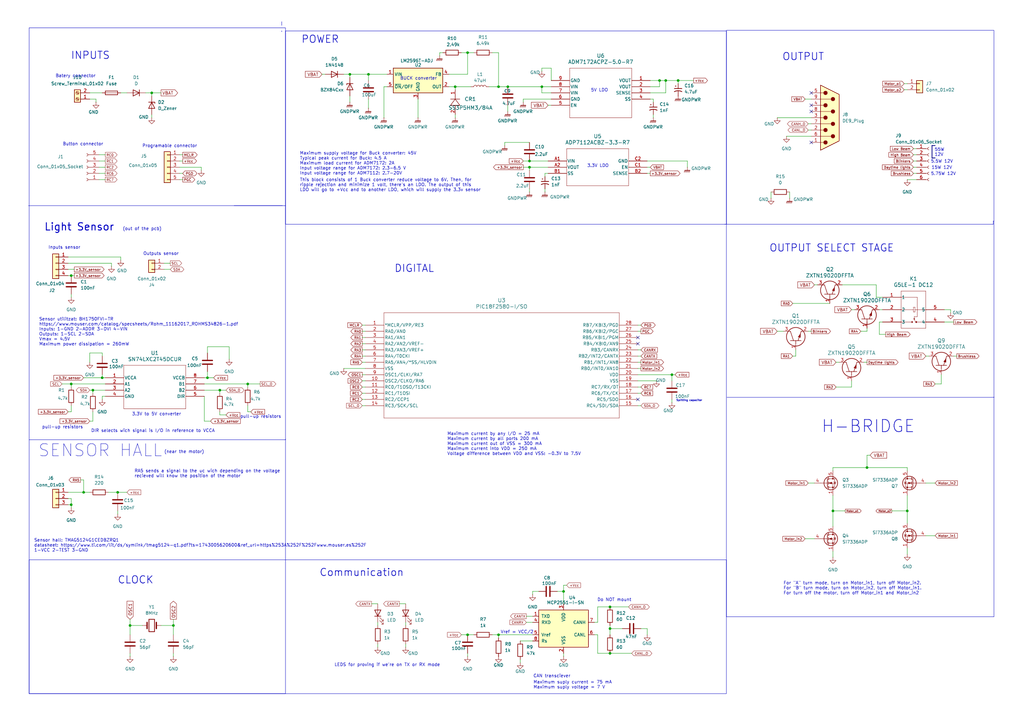
<source format=kicad_sch>
(kicad_sch (version 20231120) (generator "eeschema") (generator_version "8.0")
  (paper "A3")
  (title_block (title "Projecte Eines de Disseny: Llums") (date "2025-03-21") (rev "1.0") (company "Jordi Godàs i Max Pérez"))
  (lib_symbols
    (symbol "ADM7172ACPZ-5.0-R7:ADM7172ACPZ-5.0-R7" (pin_names (offset 0.254))
      (property "Reference" "U" (at 20.32 10.16 0))
      (property "Value" "ADM7172ACPZ-5.0-R7" (at 20.32 7.62 0))
      (symbol "ADM7172ACPZ-5.0-R7_0_1"
        (pin output line (at 0 0 0) (length 7.62) (name "VOUT") (number "1"))
        (pin output line (at 0 -2.54 0) (length 7.62) (name "VOUT") (number "2"))
        (pin unspecified line (at 0 -5.08 0) (length 7.62) (name "SENSE") (number "3"))
        (pin unspecified line (at 0 -7.62 0) (length 7.62) (name "SS") (number "4"))
        (pin input line (at 40.64 -10.16 180) (length 7.62) (name "EN") (number "5"))
        (pin power_out line (at 40.64 -7.62 180) (length 7.62) (name "GND") (number "6"))
        (pin power_in line (at 40.64 -5.08 180) (length 7.62) (name "VIN") (number "7"))
        (pin power_in line (at 40.64 -2.54 180) (length 7.62) (name "VIN") (number "8"))
        (pin power_out line (at 40.64 0 180) (length 7.62) (name "GND") (number "9"))
      )
    )
    (symbol "ADP7112ACBZ-3.3-R7:ADP7112ACBZ-3.3-R7" (pin_names (offset 0.254))
      (property "Reference" "U" (at 20.32 10.16 0))
      (property "Value" "ADP7112ACBZ-3.3-R7" (at 20.32 7.62 0))
      (symbol "ADP7112ACBZ-3.3-R7_0_1"
        (pin power_in line (at 0 0 0) (length 7.62) (name "VIN") (number "A1"))
        (pin output line (at 0 -2.54 0) (length 7.62) (name "VOUT") (number "A2"))
        (pin unspecified line (at 0 -5.08 0) (length 7.62) (name "SS") (number "B1"))
        (pin unspecified line (at 40.64 -5.08 180) (length 7.62) (name "SENSE") (number "B2"))
        (pin input line (at 40.64 -2.54 180) (length 7.62) (name "EN") (number "C1"))
        (pin power_out line (at 40.64 0 180) (length 7.62) (name "GND") (number "C2"))
      )
    )
    (symbol "Connector:Conn_01x05_Socket" (pin_names (offset 1.016) hide)
      (property "Reference" "J" (at 0 7.62 0))
      (property "Value" "Conn_01x05_Socket" (at 0 -7.62 0))
      (symbol "Conn_01x05_Socket_1_1"
        (pin passive line (at -5.08 5.08 0) (length 3.81) (name "Pin_1") (number "1"))
        (pin passive line (at -5.08 2.54 0) (length 3.81) (name "Pin_2") (number "2"))
        (pin passive line (at -5.08 0 0) (length 3.81) (name "Pin_3") (number "3"))
        (pin passive line (at -5.08 -2.54 0) (length 3.81) (name "Pin_4") (number "4"))
        (pin passive line (at -5.08 -5.08 0) (length 3.81) (name "Pin_5") (number "5"))
      )
    )
    (symbol "Connector:Conn_01x06_Socket" (pin_names (offset 1.016) hide)
      (property "Reference" "J" (at 0 7.62 0))
      (property "Value" "Conn_01x06_Socket" (at 0 -10.16 0))
      (symbol "Conn_01x06_Socket_1_1"
        (pin passive line (at -5.08 5.08 0) (length 3.81) (name "Pin_1") (number "1"))
        (pin passive line (at -5.08 2.54 0) (length 3.81) (name "Pin_2") (number "2"))
        (pin passive line (at -5.08 0 0) (length 3.81) (name "Pin_3") (number "3"))
        (pin passive line (at -5.08 -2.54 0) (length 3.81) (name "Pin_4") (number "4"))
        (pin passive line (at -5.08 -5.08 0) (length 3.81) (name "Pin_5") (number "5"))
        (pin passive line (at -5.08 -7.62 0) (length 3.81) (name "Pin_6") (number "6"))
      )
    )
    (symbol "Connector:DE9_Plug" (pin_names (offset 1.016) hide)
      (property "Reference" "J" (at 0 13.97 0))
      (property "Value" "DE9_Plug" (at 0 -14.605 0))
      (symbol "DE9_Plug_1_1"
        (pin passive line (at -7.62 -10.16 0) (length 3.81) (name "1") (number "1"))
        (pin passive line (at -7.62 -5.08 0) (length 3.81) (name "2") (number "2"))
        (pin passive line (at -7.62 0 0) (length 3.81) (name "3") (number "3"))
        (pin passive line (at -7.62 5.08 0) (length 3.81) (name "4") (number "4"))
        (pin passive line (at -7.62 10.16 0) (length 3.81) (name "5") (number "5"))
        (pin passive line (at -7.62 -7.62 0) (length 3.81) (name "6") (number "6"))
        (pin passive line (at -7.62 -2.54 0) (length 3.81) (name "7") (number "7"))
        (pin passive line (at -7.62 2.54 0) (length 3.81) (name "8") (number "8"))
        (pin passive line (at -7.62 7.62 0) (length 3.81) (name "9") (number "9"))
      )
    )
    (symbol "Connector:Screw_Terminal_01x02" (pin_names (offset 1.016) hide)
      (property "Reference" "J" (at 0 2.54 0))
      (property "Value" "Screw_Terminal_01x02" (at 0 -5.08 0))
      (symbol "Screw_Terminal_01x02_1_1"
        (pin passive line (at -5.08 0 0) (length 3.81) (name "Pin_1") (number "1"))
        (pin passive line (at -5.08 -2.54 0) (length 3.81) (name "Pin_2") (number "2"))
      )
    )
    (symbol "Connector_Generic:Conn_01x02" (pin_names (offset 1.016) hide)
      (property "Reference" "J" (at 0 2.54 0))
      (property "Value" "Conn_01x02" (at 0 -5.08 0))
      (symbol "Conn_01x02_1_1"
        (pin passive line (at -5.08 0 0) (length 3.81) (name "Pin_1") (number "1"))
        (pin passive line (at -5.08 -2.54 0) (length 3.81) (name "Pin_2") (number "2"))
      )
    )
    (symbol "Connector_Generic:Conn_01x03" (pin_names (offset 1.016) hide)
      (property "Reference" "J" (at 0 5.08 0))
      (property "Value" "Conn_01x03" (at 0 -5.08 0))
      (symbol "Conn_01x03_1_1"
        (pin passive line (at -5.08 2.54 0) (length 3.81) (name "Pin_1") (number "1"))
        (pin passive line (at -5.08 0 0) (length 3.81) (name "Pin_2") (number "2"))
        (pin passive line (at -5.08 -2.54 0) (length 3.81) (name "Pin_3") (number "3"))
      )
    )
    (symbol "Connector_Generic:Conn_01x04" (pin_names (offset 1.016) hide)
      (property "Reference" "J" (at 0 5.08 0))
      (property "Value" "Conn_01x04" (at 0 -7.62 0))
      (symbol "Conn_01x04_1_1"
        (pin passive line (at -5.08 2.54 0) (length 3.81) (name "Pin_1") (number "1"))
        (pin passive line (at -5.08 0 0) (length 3.81) (name "Pin_2") (number "2"))
        (pin passive line (at -5.08 -2.54 0) (length 3.81) (name "Pin_3") (number "3"))
        (pin passive line (at -5.08 -5.08 0) (length 3.81) (name "Pin_4") (number "4"))
      )
    )
    (symbol "Connector_Generic:Conn_01x05" (pin_names (offset 1.016) hide)
      (property "Reference" "J" (at 0 7.62 0))
      (property "Value" "Conn_01x05" (at 0 -7.62 0))
      (symbol "Conn_01x05_1_1"
        (pin passive line (at -5.08 5.08 0) (length 3.81) (name "Pin_1") (number "1"))
        (pin passive line (at -5.08 2.54 0) (length 3.81) (name "Pin_2") (number "2"))
        (pin passive line (at -5.08 0 0) (length 3.81) (name "Pin_3") (number "3"))
        (pin passive line (at -5.08 -2.54 0) (length 3.81) (name "Pin_4") (number "4"))
        (pin passive line (at -5.08 -5.08 0) (length 3.81) (name "Pin_5") (number "5"))
      )
    )
    (symbol "Device:C" (pin_numbers hide) (pin_names (offset 0.254))
      (property "Reference" "C" (at 0.635 2.54 0))
      (property "Value" "C" (at 0.635 -2.54 0))
      (symbol "C_1_1"
        (pin passive line (at 0 3.81 270) (length 2.794) (name "~") (number "1"))
        (pin passive line (at 0 -3.81 90) (length 2.794) (name "~") (number "2"))
      )
    )
    (symbol "Device:C_Polarized_Small_US" (pin_numbers hide) (pin_names (offset 0.254) hide)
      (property "Reference" "C" (at 0.254 1.778 0))
      (property "Value" "C_Polarized_Small_US" (at 0.254 -2.032 0))
      (symbol "C_Polarized_Small_US_1_1"
        (pin passive line (at 0 2.54 270) (length 2.032) (name "~") (number "1"))
        (pin passive line (at 0 -2.54 90) (length 2.032) (name "~") (number "2"))
      )
    )
    (symbol "Device:Crystal" (pin_numbers hide) (pin_names (offset 1.016) hide)
      (property "Reference" "Y" (at 0 3.81 0))
      (property "Value" "Crystal" (at 0 -3.81 0))
      (symbol "Crystal_1_1"
        (pin passive line (at -3.81 0 0) (length 1.27) (name "1") (number "1"))
        (pin passive line (at 3.81 0 180) (length 1.27) (name "2") (number "2"))
      )
    )
    (symbol "Device:D" (pin_numbers hide) (pin_names (offset 1.016) hide)
      (property "Reference" "D" (at 0 2.54 0))
      (property "Value" "D" (at 0 -2.54 0))
      (symbol "D_1_1"
        (pin passive line (at -3.81 0 0) (length 2.54) (name "K") (number "1"))
        (pin passive line (at 3.81 0 180) (length 2.54) (name "A") (number "2"))
      )
    )
    (symbol "Device:D_Zener" (pin_numbers hide) (pin_names (offset 1.016) hide)
      (property "Reference" "D" (at 0 2.54 0))
      (property "Value" "D_Zener" (at 0 -2.54 0))
      (symbol "D_Zener_1_1"
        (pin passive line (at -3.81 0 0) (length 2.54) (name "K") (number "1"))
        (pin passive line (at 3.81 0 180) (length 2.54) (name "A") (number "2"))
      )
    )
    (symbol "Device:Fuse" (pin_numbers hide) (pin_names (offset 0))
      (property "Reference" "F" (at 2.032 0 90))
      (property "Value" "Fuse" (at -1.905 0 90))
      (symbol "Fuse_1_1"
        (pin passive line (at 0 3.81 270) (length 1.27) (name "~") (number "1"))
        (pin passive line (at 0 -3.81 90) (length 1.27) (name "~") (number "2"))
      )
    )
    (symbol "Device:L" (pin_numbers hide) (pin_names (offset 1.016) hide)
      (property "Reference" "L" (at -1.27 0 90))
      (property "Value" "L" (at 1.905 0 90))
      (symbol "L_1_1"
        (pin passive line (at 0 3.81 270) (length 1.27) (name "1") (number "1"))
        (pin passive line (at 0 -3.81 90) (length 1.27) (name "2") (number "2"))
      )
    )
    (symbol "Device:LED" (pin_numbers hide) (pin_names (offset 1.016) hide)
      (property "Reference" "D" (at 0 2.54 0))
      (property "Value" "LED" (at 0 -2.54 0))
      (symbol "LED_1_1"
        (pin passive line (at -3.81 0 0) (length 2.54) (name "K") (number "1"))
        (pin passive line (at 3.81 0 180) (length 2.54) (name "A") (number "2"))
      )
    )
    (symbol "Device:R" (pin_numbers hide) (pin_names (offset 0))
      (property "Reference" "R" (at 2.032 0 90))
      (property "Value" "R" (at 0 0 90))
      (symbol "R_1_1"
        (pin passive line (at 0 3.81 270) (length 1.27) (name "~") (number "1"))
        (pin passive line (at 0 -3.81 90) (length 1.27) (name "~") (number "2"))
      )
    )
    (symbol "Diode:1N4148" (pin_numbers hide) (pin_names hide)
      (property "Reference" "D" (at 0 2.54 0))
      (property "Value" "1N4148" (at 0 -2.54 0))
      (symbol "1N4148_1_1"
        (pin passive line (at -3.81 0 0) (length 2.54) (name "K") (number "1"))
        (pin passive line (at 3.81 0 180) (length 2.54) (name "A") (number "2"))
      )
    )
    (symbol "Diode:BZX84Cxx" (pin_numbers hide) (pin_names hide)
      (property "Reference" "D" (at 0 3.81 0))
      (property "Value" "BZX84Cxx" (at 0 -3.81 0))
      (symbol "BZX84Cxx_1_1"
        (pin passive line (at 3.81 0 180) (length 2.54) (name "A") (number "1"))
        (pin no_connect line (at 1.27 0 180) (length 2.54) hide (name "NC") (number "2"))
        (pin passive line (at -3.81 0 0) (length 2.54) (name "K") (number "3"))
      )
    )
    (symbol "G5LE-1-DC12:G5LE-1_DC12" (pin_names (offset 0.254))
      (property "Reference" "K" (at 12.7 7.62 0))
      (property "Value" "G5LE-1 DC12" (at 20.32 5.08 0))
      (symbol "G5LE-1_DC12_0_1"
        (pin unspecified line (at 0 0 0) (length 7.62) (name "1") (number "1"))
        (pin unspecified line (at 0 -5.08 0) (length 7.62) (name "2") (number "2"))
        (pin unspecified line (at 0 -10.16 0) (length 7.62) (name "3") (number "3"))
        (pin unspecified line (at 25.4 -10.16 180) (length 7.62) (name "4") (number "4"))
        (pin unspecified line (at 25.4 -5.08 180) (length 7.62) (name "5") (number "5"))
      )
    )
    (symbol "Interface_CAN_LIN:MCP2551-I-SN" (pin_names (offset 1.016))
      (property "Reference" "U" (at -10.16 8.89 0))
      (property "Value" "MCP2551-I-SN" (at 2.54 8.89 0))
      (symbol "MCP2551-I-SN_1_1"
        (pin input line (at -12.7 5.08 0) (length 2.54) (name "TXD") (number "1"))
        (pin power_in line (at 0 -10.16 90) (length 2.54) (name "VSS") (number "2"))
        (pin power_in line (at 0 10.16 270) (length 2.54) (name "VDD") (number "3"))
        (pin output line (at -12.7 2.54 0) (length 2.54) (name "RXD") (number "4"))
        (pin power_out line (at -12.7 -2.54 0) (length 2.54) (name "Vref") (number "5"))
        (pin bidirectional line (at 12.7 -2.54 180) (length 2.54) (name "CANL") (number "6"))
        (pin bidirectional line (at 12.7 2.54 180) (length 2.54) (name "CANH") (number "7"))
        (pin input line (at -12.7 -5.08 0) (length 2.54) (name "Rs") (number "8"))
      )
    )
    (symbol "PIC18F2580:PIC18F2580-I_SO" (pin_names (offset 0.254))
      (property "Reference" "U" (at 55.88 10.16 0))
      (property "Value" "PIC18F2580-I/SO" (at 55.88 7.62 0))
      (symbol "PIC18F2580-I_SO_0_1"
        (pin unspecified line (at 0 0 0) (length 7.62) (name "*MCLR/VPP/RE3") (number "1"))
        (pin unspecified line (at 0 -22.86 0) (length 7.62) (name "OSC2/CLKO/RA6") (number "10"))
        (pin unspecified line (at 0 -25.4 0) (length 7.62) (name "RC0/T1OSO/T13CKI") (number "11"))
        (pin unspecified line (at 0 -27.94 0) (length 7.62) (name "RC1/T1OSI") (number "12"))
        (pin unspecified line (at 0 -30.48 0) (length 7.62) (name "RC2/CCP1") (number "13"))
        (pin unspecified line (at 0 -33.02 0) (length 7.62) (name "RC3/SCK/SCL") (number "14"))
        (pin unspecified line (at 111.76 -33.02 180) (length 7.62) (name "RC4/SDI/SDA") (number "15"))
        (pin unspecified line (at 111.76 -30.48 180) (length 7.62) (name "RC5/SDO") (number "16"))
        (pin unspecified line (at 111.76 -27.94 180) (length 7.62) (name "RC6/TX/CK") (number "17"))
        (pin unspecified line (at 111.76 -25.4 180) (length 7.62) (name "RC7/RX/DT") (number "18"))
        (pin unspecified line (at 111.76 -22.86 180) (length 7.62) (name "VSS") (number "19"))
        (pin unspecified line (at 0 -2.54 0) (length 7.62) (name "RA0/AN0") (number "2"))
        (pin unspecified line (at 111.76 -20.32 180) (length 7.62) (name "VDD") (number "20"))
        (pin unspecified line (at 111.76 -17.78 180) (length 7.62) (name "RB0/INT0/AN10") (number "21"))
        (pin unspecified line (at 111.76 -15.24 180) (length 7.62) (name "RB1/INT1/AN8") (number "22"))
        (pin unspecified line (at 111.76 -12.7 180) (length 7.62) (name "RB2/INT2/CANTX") (number "23"))
        (pin unspecified line (at 111.76 -10.16 180) (length 7.62) (name "RB3/CANRX") (number "24"))
        (pin unspecified line (at 111.76 -7.62 180) (length 7.62) (name "RB4/KBI0/AN9") (number "25"))
        (pin unspecified line (at 111.76 -5.08 180) (length 7.62) (name "RB5/KBI1/PGM") (number "26"))
        (pin unspecified line (at 111.76 -2.54 180) (length 7.62) (name "RB6/KBI2/PGC") (number "27"))
        (pin unspecified line (at 111.76 0 180) (length 7.62) (name "RB7/KBI3/PGD") (number "28"))
        (pin unspecified line (at 0 -5.08 0) (length 7.62) (name "RA1/AN1") (number "3"))
        (pin unspecified line (at 0 -7.62 0) (length 7.62) (name "RA2/AN2/VREF-") (number "4"))
        (pin unspecified line (at 0 -10.16 0) (length 7.62) (name "RA3/AN3/VREF+") (number "5"))
        (pin unspecified line (at 0 -12.7 0) (length 7.62) (name "RA4/T0CKI") (number "6"))
        (pin unspecified line (at 0 -15.24 0) (length 7.62) (name "RA5/AN4/*SS/HLVDIN") (number "7"))
        (pin unspecified line (at 0 -17.78 0) (length 7.62) (name "VSS") (number "8"))
        (pin unspecified line (at 0 -20.32 0) (length 7.62) (name "OSC1/CLKI/RA7") (number "9"))
      )
    )
    (symbol "Regulator_Switching:LM2596T-ADJ"
      (property "Reference" "U" (at -10.16 6.35 0))
      (property "Value" "LM2596T-ADJ" (at 0 6.35 0))
      (symbol "LM2596T-ADJ_1_1"
        (pin power_in line (at -12.7 2.54 0) (length 2.54) (name "VIN") (number "1"))
        (pin output line (at 12.7 -2.54 180) (length 2.54) (name "OUT") (number "2"))
        (pin power_in line (at 0 -7.62 90) (length 2.54) (name "GND") (number "3"))
        (pin input line (at 12.7 2.54 180) (length 2.54) (name "FB") (number "4"))
        (pin input line (at -12.7 -2.54 0) (length 2.54) (name "~{ON}/OFF") (number "5"))
      )
    )
    (symbol "SN74LXC2T45DCUR:SN74LXC2T45DCUR" (pin_names (offset 0.254))
      (property "Reference" "U" (at 20.32 10.16 0))
      (property "Value" "SN74LXC2T45DCUR" (at 20.32 7.62 0))
      (symbol "SN74LXC2T45DCUR_0_1"
        (pin power_in line (at 0 0 0) (length 7.62) (name "VCCA") (number "1"))
        (pin bidirectional line (at 0 -2.54 0) (length 7.62) (name "A1") (number "2"))
        (pin bidirectional line (at 0 -5.08 0) (length 7.62) (name "A2") (number "3"))
        (pin power_out line (at 0 -7.62 0) (length 7.62) (name "GND") (number "4"))
        (pin input line (at 40.64 -7.62 180) (length 7.62) (name "DIR") (number "5"))
        (pin bidirectional line (at 40.64 -5.08 180) (length 7.62) (name "B2") (number "6"))
        (pin bidirectional line (at 40.64 -2.54 180) (length 7.62) (name "B1") (number "7"))
        (pin power_in line (at 40.64 0 180) (length 7.62) (name "VCCB") (number "8"))
      )
    )
    (symbol "SS3P5:SS3P5HM3_84A" (pin_names (offset 0.254))
      (property "Reference" "CR" (at 5.08 4.445 0))
      (property "Value" "SS3P5HM3/84A" (at 5.08 -3.81 0))
      (symbol "SS3P5HM3_84A_0_1"
        (pin unspecified line (at 10.16 0 180) (length 2.54) (name "") (number "1"))
        (pin unspecified line (at 0 0 0) (length 2.54) (name "") (number "2"))
      )
    )
    (symbol "Transistor_FET:Si7336ADP" (pin_names hide)
      (property "Reference" "Q" (at 5.08 1.905 0))
      (property "Value" "Si7336ADP" (at 5.08 0 0))
      (symbol "Si7336ADP_1_1"
        (pin passive line (at 2.54 -5.08 90) (length 2.54) (name "S") (number "1"))
        (pin passive line (at 2.54 -5.08 90) (length 2.54) hide (name "S") (number "2"))
        (pin passive line (at 2.54 -5.08 90) (length 2.54) hide (name "S") (number "3"))
        (pin input line (at -5.08 0 0) (length 2.54) (name "G") (number "4"))
        (pin passive line (at 2.54 5.08 270) (length 2.54) (name "D") (number "5"))
      )
    )
    (symbol "ZXTN:ZXTN19020DFFTA" (pin_names (offset 0.254))
      (property "Reference" "Q" (at 10.16 2.54 0))
      (property "Value" "ZXTN19020DFFTA" (at 10.16 -2.54 0))
      (symbol "ZXTN19020DFFTA_0_1"
        (pin unspecified line (at 0 0 0) (length 2.54) (name "") (number "1"))
        (pin unspecified line (at 7.62 -5.08 90) (length 2.54) (name "") (number "2"))
        (pin unspecified line (at 7.62 5.08 270) (length 2.54) (name "") (number "3"))
      )
    )
    (symbol "power:GND" (power) (pin_numbers hide) (pin_names (offset 0) hide)
      (property "Value" "GND" (at 0 -3.81 0))
      (symbol "GND_1_1"
        (pin power_in line (at 0 0 270) (length 0) (name "~") (number "1"))
      )
    )
    (symbol "power:GNDPWR" (power) (pin_numbers hide) (pin_names (offset 0) hide)
      (property "Value" "GNDPWR" (at 0 -3.302 0))
      (symbol "GNDPWR_1_1"
        (pin power_in line (at 0 0 270) (length 0) (name "~") (number "1"))
      )
    )
  )
  (junction (at 231.14 242.57))
  (junction (at 34.29 201.93))
  (junction (at 275.59 153.67))
  (junction (at 85.09 154.94))
  (junction (at 191.77 260.35))
  (junction (at 278.13 33.02))
  (junction (at 143.51 30.48))
  (junction (at 38.1 160.02))
  (junction (at 273.05 33.02))
  (junction (at 90.17 160.02))
  (junction (at 41.91 154.94))
  (junction (at 222.25 35.56))
  (junction (at 204.47 260.35))
  (junction (at 191.77 21.59))
  (junction (at 270.51 33.02))
  (junction (at 208.28 35.56))
  (junction (at 217.17 66.04))
  (junction (at 217.17 68.58))
  (junction (at 250.19 257.81))
  (junction (at 29.21 207.01))
  (junction (at 53.34 256.54))
  (junction (at 250.19 267.97))
  (junction (at 186.69 35.56))
  (junction (at 101.6 157.48))
  (junction (at 48.26 201.93))
  (junction (at 151.13 30.48))
  (junction (at 204.47 35.56))
  (junction (at 29.21 113.03))
  (junction (at 372.11 209.55))
  (junction (at 250.19 248.92))
  (junction (at 62.23 38.1))
  (junction (at 29.21 157.48))
  (junction (at 71.12 256.54))
  (junction (at 355.6 191.77))
  (junction (at 341.63 209.55))
  (no_connect (at 261.62 163.83))
  (no_connect (at 332.74 45.72))
  (no_connect (at 261.62 138.43))
  (no_connect (at 332.74 38.1))
  (no_connect (at 261.62 140.97))
  (no_connect (at 332.74 58.42))
  (no_connect (at 332.74 43.18))
  (wire (pts (xy 383.54 198.12) (xy 379.73 198.12)))
  (wire (pts (xy 27.94 110.49) (xy 30.48 110.49)))
  (wire (pts (xy 262.89 146.05) (xy 261.62 146.05)))
  (wire (pts (xy 331.47 53.34) (xy 332.74 53.34)))
  (wire (pts (xy 341.63 209.55) (xy 346.71 209.55)))
  (wire (pts (xy 257.81 248.92) (xy 250.19 248.92)))
  (wire (pts (xy 191.77 21.59) (xy 191.77 30.48)))
  (wire (pts (xy 214.63 40.64) (xy 226.06 40.64)))
  (wire (pts (xy 148.59 158.75) (xy 149.86 158.75)))
  (wire (pts (xy 267.97 48.26) (xy 267.97 46.99)))
  (wire (pts (xy 41.91 153.67) (xy 41.91 154.94)))
  (wire (pts (xy 90.17 170.18) (xy 90.17 168.91)))
  (wire (pts (xy 349.25 127) (xy 350.52 127)))
  (wire (pts (xy 217.17 58.42) (xy 207.01 58.42)))
  (wire (pts (xy 69.85 110.49) (xy 67.31 110.49)))
  (wire (pts (xy 85.09 144.78) (xy 85.09 142.24)))
  (polyline (pts (xy 430.276 219.964) (xy 430.53 219.71)))
  (wire (pts (xy 231.14 269.24) (xy 231.14 267.97)))
  (wire (pts (xy 52.07 201.93) (xy 48.26 201.93)))
  (wire (pts (xy 186.69 35.56) (xy 193.04 35.56)))
  (wire (pts (xy 143.51 31.75) (xy 143.51 30.48)))
  (wire (pts (xy 191.77 21.59) (xy 194.31 21.59)))
  (wire (pts (xy 278.13 34.29) (xy 278.13 33.02)))
  (wire (pts (xy 34.29 196.85) (xy 34.29 201.93)))
  (wire (pts (xy 53.34 256.54) (xy 53.34 260.35)))
  (wire (pts (xy 189.23 260.35) (xy 191.77 260.35)))
  (wire (pts (xy 372.11 209.55) (xy 372.11 214.63)))
  (wire (pts (xy 245.11 260.35) (xy 243.84 260.35)))
  (wire (pts (xy 186.69 35.56) (xy 186.69 36.83)))
  (wire (pts (xy 29.21 121.92) (xy 29.21 120.65)))
  (wire (pts (xy 341.63 203.2) (xy 341.63 209.55)))
  (wire (pts (xy 67.31 107.95) (xy 69.85 107.95)))
  (wire (pts (xy 148.59 153.67) (xy 149.86 153.67)))
  (wire (pts (xy 148.59 166.37) (xy 149.86 166.37)))
  (wire (pts (xy 349.25 158.75) (xy 349.25 156.21)))
  (wire (pts (xy 29.21 207.01) (xy 29.21 208.28)))
  (wire (pts (xy 92.71 160.02) (xy 90.17 160.02)))
  (wire (pts (xy 231.14 240.03) (xy 231.14 242.57)))
  (wire (pts (xy 355.6 186.69) (xy 355.6 191.77)))
  (wire (pts (xy 360.68 132.08) (xy 361.95 132.08)))
  (wire (pts (xy 359.41 121.92) (xy 361.95 121.92)))
  (wire (pts (xy 318.77 48.26) (xy 332.74 48.26)))
  (wire (pts (xy 275.59 153.67) (xy 276.86 153.67)))
  (wire (pts (xy 184.15 35.56) (xy 186.69 35.56)))
  (wire (pts (xy 36.83 172.72) (xy 38.1 172.72)))
  (wire (pts (xy 262.89 158.75) (xy 261.62 158.75)))
  (wire (pts (xy 48.26 201.93) (xy 44.45 201.93)))
  (wire (pts (xy 27.94 168.91) (xy 29.21 168.91)))
  (wire (pts (xy 359.41 116.84) (xy 359.41 121.92)))
  (wire (pts (xy 218.44 242.57) (xy 220.98 242.57)))
  (wire (pts (xy 213.36 262.89) (xy 218.44 262.89)))
  (wire (pts (xy 266.7 35.56) (xy 270.51 35.56)))
  (wire (pts (xy 262.89 151.13) (xy 261.62 151.13)))
  (wire (pts (xy 189.23 21.59) (xy 191.77 21.59)))
  (wire (pts (xy 222.25 35.56) (xy 226.06 35.56)))
  (polyline (pts (xy 407.416 91.948) (xy 407.416 90.678)))
  (wire (pts (xy 101.6 158.75) (xy 101.6 157.48)))
  (wire (pts (xy 38.1 172.72) (xy 38.1 168.91)))
  (wire (pts (xy 269.24 156.21) (xy 261.62 156.21)))
  (wire (pts (xy 29.21 204.47) (xy 29.21 207.01)))
  (wire (pts (xy 214.63 41.91) (xy 214.63 40.64)))
  (wire (pts (xy 217.17 68.58) (xy 217.17 69.85)))
  (wire (pts (xy 180.34 21.59) (xy 180.34 22.86)))
  (wire (pts (xy 148.59 156.21) (xy 149.86 156.21)))
  (wire (pts (xy 245.11 248.92) (xy 245.11 255.27)))
  (wire (pts (xy 341.63 191.77) (xy 341.63 193.04)))
  (wire (pts (xy 73.66 66.04) (xy 74.93 66.04)))
  (wire (pts (xy 154.94 256.54) (xy 154.94 255.27)))
  (wire (pts (xy 386.08 157.48) (xy 386.08 153.67)))
  (wire (pts (xy 204.47 21.59) (xy 204.47 35.56)))
  (polyline (pts (xy 407.666 162.8314) (xy 407.666 162.9839)))
  (wire (pts (xy 41.91 146.05) (xy 41.91 144.78)))
  (wire (pts (xy 154.94 265.43) (xy 154.94 264.16)))
  (polyline (pts (xy 115.57 12.7) (xy 115.57 12.954)))
  (wire (pts (xy 360.68 137.16) (xy 363.22 137.16)))
  (wire (pts (xy 62.23 38.1) (xy 66.04 38.1)))
  (wire (pts (xy 208.28 45.72) (xy 208.28 43.18)))
  (polyline (pts (xy 297.18 91.948) (xy 407.416 91.948)))
  (wire (pts (xy 34.29 154.94) (xy 41.91 154.94)))
  (wire (pts (xy 325.12 146.05) (xy 326.39 146.05)))
  (wire (pts (xy 200.66 35.56) (xy 204.47 35.56)))
  (wire (pts (xy 355.6 135.89) (xy 355.6 134.62)))
  (wire (pts (xy 331.47 198.12) (xy 334.01 198.12)))
  (wire (pts (xy 166.37 265.43) (xy 166.37 264.16)))
  (wire (pts (xy 262.89 161.29) (xy 261.62 161.29)))
  (wire (pts (xy 374.65 60.96) (xy 375.92 60.96)))
  (wire (pts (xy 41.91 162.56) (xy 43.18 162.56)))
  (wire (pts (xy 266.7 40.64) (xy 267.97 40.64)))
  (polyline (pts (xy 11.684 84.328) (xy 117.1294 84.328)))
  (wire (pts (xy 71.12 269.24) (xy 71.12 267.97)))
  (wire (pts (xy 341.63 191.77) (xy 355.6 191.77)))
  (wire (pts (xy 74.93 71.12) (xy 73.66 71.12)))
  (wire (pts (xy 266.7 68.58) (xy 265.43 68.58)))
  (wire (pts (xy 226.06 27.94) (xy 222.25 27.94)))
  (wire (pts (xy 83.82 160.02) (xy 90.17 160.02)))
  (wire (pts (xy 262.89 148.59) (xy 261.62 148.59)))
  (wire (pts (xy 38.1 160.02) (xy 38.1 161.29)))
  (wire (pts (xy 27.94 201.93) (xy 34.29 201.93)))
  (wire (pts (xy 36.83 160.02) (xy 38.1 160.02)))
  (wire (pts (xy 73.66 63.5) (xy 74.93 63.5)))
  (wire (pts (xy 38.1 160.02) (xy 43.18 160.02)))
  (wire (pts (xy 40.64 63.5) (xy 43.18 63.5)))
  (wire (pts (xy 85.09 142.24) (xy 93.98 142.24)))
  (wire (pts (xy 214.63 66.04) (xy 217.17 66.04)))
  (wire (pts (xy 33.02 196.85) (xy 34.29 196.85)))
  (wire (pts (xy 379.73 219.71) (xy 383.54 219.71)))
  (wire (pts (xy 270.51 35.56) (xy 270.51 33.02)))
  (wire (pts (xy 250.19 248.92) (xy 245.11 248.92)))
  (wire (pts (xy 59.69 38.1) (xy 62.23 38.1)))
  (wire (pts (xy 151.13 40.64) (xy 151.13 44.45)))
  (wire (pts (xy 218.44 242.57) (xy 218.44 243.84)))
  (wire (pts (xy 29.21 204.47) (xy 27.94 204.47)))
  (wire (pts (xy 392.43 146.05) (xy 391.16 146.05)))
  (wire (pts (xy 143.51 39.37) (xy 143.51 41.91)))
  (wire (pts (xy 266.7 38.1) (xy 273.05 38.1)))
  (wire (pts (xy 29.21 157.48) (xy 29.21 158.75)))
  (wire (pts (xy 83.82 157.48) (xy 101.6 157.48)))
  (wire (pts (xy 48.26 210.82) (xy 48.26 209.55)))
  (wire (pts (xy 85.09 152.4) (xy 85.09 154.94)))
  (wire (pts (xy 29.21 157.48) (xy 43.18 157.48)))
  (wire (pts (xy 360.68 137.16) (xy 360.68 132.08)))
  (wire (pts (xy 360.68 127) (xy 361.95 127)))
  (polyline (pts (xy 115.57 8.89) (xy 115.57 10.414)))
  (wire (pts (xy 250.19 257.81) (xy 255.27 257.81)))
  (wire (pts (xy 273.05 33.02) (xy 278.13 33.02)))
  (bus (pts (xy 382.27 64.77) (xy 383.54 64.77)))
  (wire (pts (xy 30.48 113.03) (xy 29.21 113.03)))
  (wire (pts (xy 83.82 172.72) (xy 86.36 172.72)))
  (wire (pts (xy 273.05 33.02) (xy 273.05 38.1)))
  (wire (pts (xy 342.9 148.59) (xy 344.17 148.59)))
  (wire (pts (xy 245.11 267.97) (xy 245.11 260.35)))
  (wire (pts (xy 27.94 207.01) (xy 29.21 207.01)))
  (wire (pts (xy 152.4 247.65) (xy 154.94 247.65)))
  (wire (pts (xy 341.63 226.06) (xy 341.63 228.6)))
  (wire (pts (xy 330.2 40.64) (xy 332.74 40.64)))
  (wire (pts (xy 265.43 257.81) (xy 265.43 260.35)))
  (wire (pts (xy 186.69 48.26) (xy 186.69 46.99)))
  (wire (pts (xy 372.11 191.77) (xy 372.11 193.04)))
  (wire (pts (xy 83.82 172.72) (xy 83.82 162.56)))
  (wire (pts (xy 204.47 260.35) (xy 218.44 260.35)))
  (wire (pts (xy 265.43 66.04) (xy 281.94 66.04)))
  (bus (pts (xy 382.27 59.69) (xy 382.27 64.77)))
  (wire (pts (xy 374.65 71.12) (xy 375.92 71.12)))
  (polyline (pts (xy 11.938 180.34) (xy 117.094 180.34)))
  (wire (pts (xy 148.59 133.35) (xy 149.86 133.35)))
  (wire (pts (xy 262.89 135.89) (xy 261.62 135.89)))
  (wire (pts (xy 53.34 256.54) (xy 58.42 256.54)))
  (wire (pts (xy 207.01 58.42) (xy 207.01 59.69)))
  (wire (pts (xy 341.63 209.55) (xy 341.63 215.9)))
  (wire (pts (xy 379.73 146.05) (xy 381 146.05)))
  (wire (pts (xy 222.25 27.94) (xy 222.25 29.21)))
  (wire (pts (xy 148.59 146.05) (xy 149.86 146.05)))
  (wire (pts (xy 262.89 166.37) (xy 261.62 166.37)))
  (wire (pts (xy 163.83 247.65) (xy 166.37 247.65)))
  (wire (pts (xy 365.76 209.55) (xy 372.11 209.55)))
  (wire (pts (xy 25.4 157.48) (xy 29.21 157.48)))
  (wire (pts (xy 342.9 158.75) (xy 349.25 158.75)))
  (wire (pts (xy 191.77 260.35) (xy 194.31 260.35)))
  (wire (pts (xy 101.6 168.91) (xy 101.6 166.37)))
  (wire (pts (xy 223.52 71.12) (xy 224.79 71.12)))
  (wire (pts (xy 215.9 255.27) (xy 218.44 255.27)))
  (wire (pts (xy 49.53 105.41) (xy 49.53 106.68)))
  (wire (pts (xy 372.11 73.66) (xy 375.92 73.66)))
  (polyline (pts (xy 117.094 180.086) (xy 117.094 180.34)))
  (wire (pts (xy 85.09 154.94) (xy 83.82 154.94)))
  (wire (pts (xy 266.7 33.02) (xy 270.51 33.02)))
  (wire (pts (xy 148.59 148.59) (xy 149.86 148.59)))
  (wire (pts (xy 318.77 135.89) (xy 321.31 135.89)))
  (wire (pts (xy 148.59 161.29) (xy 149.86 161.29)))
  (wire (pts (xy 222.25 35.56) (xy 222.25 38.1)))
  (wire (pts (xy 148.59 138.43) (xy 149.86 138.43)))
  (wire (pts (xy 281.94 66.04) (xy 281.94 68.58)))
  (wire (pts (xy 223.52 78.74) (xy 223.52 77.47)))
  (wire (pts (xy 231.14 240.03) (xy 232.41 240.03)))
  (wire (pts (xy 374.65 63.5) (xy 375.92 63.5)))
  (wire (pts (xy 41.91 144.78) (xy 36.83 144.78)))
  (wire (pts (xy 214.63 68.58) (xy 217.17 68.58)))
  (wire (pts (xy 157.48 35.56) (xy 157.48 48.26)))
  (wire (pts (xy 215.9 252.73) (xy 218.44 252.73)))
  (wire (pts (xy 275.59 153.67) (xy 275.59 156.21)))
  (wire (pts (xy 49.53 38.1) (xy 52.07 38.1)))
  (wire (pts (xy 353.06 135.89) (xy 355.6 135.89)))
  (wire (pts (xy 222.25 38.1) (xy 226.06 38.1)))
  (wire (pts (xy 29.21 113.03) (xy 27.94 113.03)))
  (wire (pts (xy 323.85 81.28) (xy 323.85 78.74)))
  (wire (pts (xy 208.28 35.56) (xy 222.25 35.56)))
  (wire (pts (xy 180.34 21.59) (xy 181.61 21.59)))
  (wire (pts (xy 383.54 157.48) (xy 386.08 157.48)))
  (wire (pts (xy 331.47 50.8) (xy 332.74 50.8)))
  (wire (pts (xy 140.97 151.13) (xy 149.86 151.13)))
  (wire (pts (xy 102.87 168.91) (xy 101.6 168.91)))
  (wire (pts (xy 157.48 35.56) (xy 158.75 35.56)))
  (wire (pts (xy 40.64 73.66) (xy 43.18 73.66)))
  (wire (pts (xy 245.11 255.27) (xy 243.84 255.27)))
  (wire (pts (xy 66.04 256.54) (xy 71.12 256.54)))
  (wire (pts (xy 355.6 148.59) (xy 354.33 148.59)))
  (polyline (pts (xy 407.416 90.678) (xy 407.67 90.678)))
  (wire (pts (xy 204.47 35.56) (xy 208.28 35.56)))
  (wire (pts (xy 82.55 68.58) (xy 82.55 69.85)))
  (wire (pts (xy 316.23 81.28) (xy 316.23 78.74)))
  (wire (pts (xy 132.08 30.48) (xy 133.35 30.48)))
  (wire (pts (xy 370.84 36.83) (xy 372.11 36.83)))
  (wire (pts (xy 148.59 140.97) (xy 149.86 140.97)))
  (wire (pts (xy 345.44 116.84) (xy 359.41 116.84)))
  (wire (pts (xy 372.11 224.79) (xy 372.11 227.33)))
  (wire (pts (xy 74.93 73.66) (xy 73.66 73.66)))
  (wire (pts (xy 330.2 220.98) (xy 334.01 220.98)))
  (wire (pts (xy 140.97 30.48) (xy 143.51 30.48)))
  (wire (pts (xy 355.6 186.69) (xy 356.87 186.69)))
  (wire (pts (xy 36.83 38.1) (xy 41.91 38.1)))
  (wire (pts (xy 265.43 71.12) (xy 266.7 71.12)))
  (wire (pts (xy 217.17 66.04) (xy 224.79 66.04)))
  (wire (pts (xy 36.83 144.78) (xy 36.83 148.59)))
  (wire (pts (xy 275.59 165.1) (xy 275.59 163.83)))
  (wire (pts (xy 29.21 168.91) (xy 29.21 166.37)))
  (wire (pts (xy 224.79 43.18) (xy 226.06 43.18)))
  (wire (pts (xy 231.14 242.57) (xy 231.14 247.65)))
  (wire (pts (xy 40.64 68.58) (xy 43.18 68.58)))
  (wire (pts (xy 39.37 40.64) (xy 39.37 41.91)))
  (polyline (pts (xy 96.012 84.328) (xy 115.824 84.328)))
  (wire (pts (xy 143.51 30.48) (xy 151.13 30.48)))
  (wire (pts (xy 270.51 33.02) (xy 273.05 33.02)))
  (wire (pts (xy 151.13 30.48) (xy 158.75 30.48)))
  (wire (pts (xy 322.58 55.88) (xy 332.74 55.88)))
  (wire (pts (xy 250.19 257.81) (xy 250.19 260.35)))
  (wire (pts (xy 278.13 33.02) (xy 284.48 33.02)))
  (wire (pts (xy 34.29 201.93) (xy 36.83 201.93)))
  (polyline (pts (xy 115.57 12.7) (xy 115.57 12.954)))
  (wire (pts (xy 262.89 143.51) (xy 261.62 143.51)))
  (bus (pts (xy 382.27 59.69) (xy 383.54 59.69)))
  (wire (pts (xy 228.6 242.57) (xy 231.14 242.57)))
  (wire (pts (xy 389.89 127) (xy 387.35 127)))
  (wire (pts (xy 372.11 203.2) (xy 372.11 209.55)))
  (wire (pts (xy 250.19 267.97) (xy 245.11 267.97)))
  (wire (pts (xy 36.83 40.64) (xy 39.37 40.64)))
  (wire (pts (xy 184.15 30.48) (xy 191.77 30.48)))
  (wire (pts (xy 262.89 257.81) (xy 265.43 257.81)))
  (wire (pts (xy 87.63 154.94) (xy 85.09 154.94)))
  (wire (pts (xy 90.17 170.18) (xy 92.71 170.18)))
  (wire (pts (xy 389.89 127) (xy 389.89 128.27)))
  (wire (pts (xy 45.72 107.95) (xy 27.94 107.95)))
  (wire (pts (xy 62.23 38.1) (xy 62.23 39.37)))
  (wire (pts (xy 201.93 260.35) (xy 204.47 260.35)))
  (wire (pts (xy 334.01 116.84) (xy 335.28 116.84)))
  (wire (pts (xy 332.74 135.89) (xy 331.47 135.89)))
  (wire (pts (xy 355.6 191.77) (xy 372.11 191.77)))
  (wire (pts (xy 71.12 254) (xy 71.12 256.54)))
  (wire (pts (xy 148.59 143.51) (xy 149.86 143.51)))
  (wire (pts (xy 259.08 267.97) (xy 250.19 267.97)))
  (wire (pts (xy 171.45 40.64) (xy 171.45 48.26)))
  (wire (pts (xy 53.34 269.24) (xy 53.34 267.97)))
  (wire (pts (xy 262.89 133.35) (xy 261.62 133.35)))
  (wire (pts (xy 213.36 271.78) (xy 213.36 270.51)))
  (wire (pts (xy 223.52 72.39) (xy 223.52 71.12)))
  (wire (pts (xy 217.17 68.58) (xy 224.79 68.58)))
  (wire (pts (xy 201.93 21.59) (xy 204.47 21.59)))
  (wire (pts (xy 204.47 261.62) (xy 204.47 260.35)))
  (wire (pts (xy 40.64 71.12) (xy 43.18 71.12)))
  (wire (pts (xy 71.12 256.54) (xy 71.12 260.35)))
  (wire (pts (xy 45.72 109.22) (xy 45.72 107.95)))
  (wire (pts (xy 267.97 40.64) (xy 267.97 41.91)))
  (wire (pts (xy 151.13 33.02) (xy 151.13 30.48)))
  (wire (pts (xy 148.59 163.83) (xy 149.86 163.83)))
  (wire (pts (xy 191.77 269.24) (xy 191.77 267.97)))
  (wire (pts (xy 27.94 105.41) (xy 49.53 105.41)))
  (wire (pts (xy 40.64 66.04) (xy 43.18 66.04)))
  (wire (pts (xy 387.35 132.08) (xy 391.16 132.08)))
  (wire (pts (xy 93.98 142.24) (xy 93.98 147.32)))
  (polyline (pts (xy 298.1462 162.9839) (xy 407.666 162.9839)))
  (wire (pts (xy 217.17 77.47) (xy 217.17 78.74)))
  (wire (pts (xy 73.66 68.58) (xy 82.55 68.58)))
  (wire (pts (xy 374.65 66.04) (xy 375.92 66.04)))
  (wire (pts (xy 261.62 153.67) (xy 275.59 153.67)))
  (wire (pts (xy 370.84 34.29) (xy 372.11 34.29)))
  (wire (pts (xy 250.19 256.54) (xy 250.19 257.81)))
  (wire (pts (xy 325.12 124.46) (xy 340.36 124.46)))
  (wire (pts (xy 62.23 48.26) (xy 62.23 46.99)))
  (wire (pts (xy 41.91 154.94) (xy 43.18 154.94)))
  (wire (pts (xy 41.91 163.83) (xy 41.91 162.56)))
  (wire (pts (xy 374.65 68.58) (xy 375.92 68.58)))
  (wire (pts (xy 148.59 135.89) (xy 149.86 135.89)))
  (wire (pts (xy 226.06 33.02) (xy 226.06 27.94)))
  (wire (pts (xy 326.39 146.05) (xy 326.39 143.51)))
  (wire (pts (xy 166.37 256.54) (xy 166.37 255.27)))
  (wire (pts (xy 90.17 161.29) (xy 90.17 160.02)))
  (wire (pts (xy 106.68 157.48) (xy 101.6 157.48)))
  (wire (pts (xy 53.34 254) (xy 53.34 256.54)))
  (rectangle (start 297.942 12.446) (end 407.67 252.984))
  (rectangle (start 117.094 12.7) (end 297.942 91.948))
  (rectangle (start 11.938 11.43) (end 117.094 284.48))
  (rectangle (start 11.938 229.616) (end 297.942 284.48))
  (text "Outputs sensor\n" (at 66.04 104.14 0) (effects (font (size 1.27 1.27))))
  (text "5.75W 12V\n" (at 381.762 71.374 0) (effects (font (size 1.27 1.27)) (justify left)))
  (text "INPUTS\n" (at 37.084 22.86 0) (effects (font (size 3 3) (thickness 0.254) (bold yes))))
  (text "Batery connector \n" (at 31.496 31.242 0) (effects (font (size 1.27 1.27))))
  (text "(out of the pcb)" (at 50.292 93.98 0) (effects (font (size 1.27 1.27)) (justify left)))
  (text "Sensor utilitzat: BH1750FVI-TR\nhttps://www.mouser.com/catalog/specsheets/Rohm_11162017_ROHMS34826-1.pdf\nInputs: 1-GND 2-ADDR 3-DVI 4-VIN\nOutputs: 1-SCL 2-SDA\nVmax = 4.5V\nMaximum power dissipation = 260mW\n" (at 16.002 136.144 0) (effects (font (size 1.27 1.27)) (justify left)))
  (text "SENSOR HALL" (at 41.148 184.912 0) (effects (font (size 5 5))))
  (text "DIR selects wich signal is I/O in reference to VCCA\n" (at 62.738 176.784 0) (effects (font (size 1.27 1.27))))
  (text "Maximum supply voltage for Buck converter: 45V	\nTypical peak current for Buck: 4.5 A\nMaximum load current for ADM7172: 2A\nInput voltage range for ADM7172: 2.3-6.5 V\nInput voltage range for ADM7112: 2.7-20V" (at 122.936 67.056 0) (effects (font (size 1.27 1.27)) (justify left)))
  (text "OUTPUT SELECT STAGE" (at 341.122 101.854 0) (effects (font (size 3 3) (thickness 0.254) (bold yes))))
  (text "Vref = VCC/2\n" (at 212.09 259.334 0) (effects (font (size 1.27 1.27))))
  (text "Do NOT mount\n" (at 251.968 246.126 0) (effects (font (size 1.27 1.27))))
  (text "H-BRIDGE" (at 356.108 175.006 0) (effects (font (size 5 5) (thickness 0.254) (bold yes))))
  (text "pull-up resistors" (at 106.934 170.942 0) (effects (font (size 1.27 1.27))))
  (text "LEDS for proving if we're on TX or RX mode" (at 137.16 272.796 0) (effects (font (size 1.27 1.27)) (justify left)))
  (text "POWER\n" (at 131.318 16.256 0) (effects (font (size 3 3) (thickness 0.254) (bold yes))))
  (text "Communication" (at 148.336 234.95 0) (effects (font (size 3 3) (thickness 0.255) (bold yes))))
  (text "Maximum current by any I/O = 25 mA\nMaximum current by all ports 200 mA\nMaximum current out of VSS = 300 mA\nMaximum current into VDD = 250 mA\nVoltage difference between VDD and VSS: -0.3V to 7.5V\n" (at 183.388 182.118 0) (effects (font (size 1.27 1.27)) (justify left)))
  (text "Light Sensor" (at 32.512 93.218 0) (effects (font (size 3 3) (thickness 0.375))))
  (text "5.5W 12V\n" (at 381.762 66.294 0) (effects (font (size 1.27 1.27)) (justify left)))
  (text "This block consists of 1 Buck converter reduce voltage to 6V. Then, for \nripple rejection and minimize 1 volt, there's an LDO. The output of this \nLDO will go to +Vcc and to another LDO, which will supply the 3.3v sensor" (at 122.936 75.946 0) (effects (font (size 1.27 1.27)) (justify left)))
  (text "3.3V to 5V converter" (at 54.102 169.926 0) (effects (font (size 1.27 1.27)) (justify left)))
  (text "BUCK converter\n" (at 164.084 32.258 0) (effects (font (size 1.27 1.27)) (justify left)))
  (text "pull-up resistors" (at 25.654 175.26 0) (effects (font (size 1.27 1.27))))
  (text "Button connector\n" (at 34.036 59.182 0) (effects (font (size 1.27 1.27))))
  (text "OUTPUT" (at 329.438 23.368 0) (effects (font (size 3 3) (thickness 0.254) (bold yes))))
  (text "RA5 sends a signal to the uc wich depending on the voltage \nrecieved will know the position of the motor" (at 55.118 194.31 0) (effects (font (size 1.27 1.27)) (justify left)))
  (text "(near the motor)\n" (at 67.31 185.42 0) (effects (font (size 1.27 1.27)) (justify left)))
  (text "Maximum suply current = 75 mA\nMaximum suply voltage = 7 V " (at 218.694 280.924 0) (effects (font (size 1.27 1.27)) (justify left)))
  (text "5V LDO\n" (at 242.316 37.084 0) (effects (font (size 1.27 1.27)) (justify left)))
  (text "CAN transciever\n" (at 218.694 277.368 0) (effects (font (size 1.27 1.27)) (justify left)))
  (text "15W 12V\n" (at 382.016 68.834 0) (effects (font (size 1.27 1.27)) (justify left)))
  (text "Inputs sensor\n" (at 26.416 101.6 0) (effects (font (size 1.27 1.27))))
  (text "CLOCK" (at 55.626 237.998 0) (effects (font (size 3 3) (thickness 0.255) (bold yes))))
  (text "DIGITAL" (at 169.926 110.236 0) (effects (font (size 3 3) (thickness 0.255) (bold yes))))
  (text "Sensor hall: TMAG5124G1CEDBZRQ1\ndatasheet: https://www.ti.com/lit/ds/symlink/tmag5124-q1.pdf?ts=1743005620600&ref_url=https%253A%252F%252Fwww.mouser.es%252F\n1-VCC 2-TEST 3-GND" (at 13.97 223.774 0) (effects (font (size 1.27 1.27)) (justify left)))
  (text "For \"A\" turn mode, turn on Motor_in1, turn off Motor_in2.\nFor \"B\" turn mode, turn on Motor_in2, turn off Motor_in1.\nFor turn off the motor, turn off Motor_in1 and Motor_in2" (at 321.31 241.3 0) (effects (font (size 1.27 1.27)) (justify left)))
  (text "Programable connector\n" (at 69.596 59.944 0) (effects (font (size 1.27 1.27))))
  (text "3.3V LDO" (at 240.792 68.072 0) (effects (font (size 1.27 1.27)) (justify left)))
  (text "Splitting capacitor" (at 282.702 164.338 0) (effects (font (size 0.75 0.75))))
  (text "55W\n12V" (at 383.286 62.484 0) (effects (font (size 1.27 1.27)) (justify left)))
  (global_label "+3.3V_sensor" (shape output) (at 266.7 71.12 0) (effects (font (size 1.016 1.016))) (property "Intersheetrefs" "${INTERSHEET_REFS}" (effects (hide yes))))
  (global_label "RA1" (shape output) (at 148.59 138.43 180) (effects (font (size 1 1))) (property "Intersheetrefs" "${INTERSHEET_REFS}" (effects (hide yes))))
  (global_label "CANH_O" (shape bidirectional) (at 331.47 50.8 180) (effects (font (size 1 1) (thickness 0.125))) (property "Intersheetrefs" "${INTERSHEET_REFS}" (effects (hide yes))))
  (global_label "Motor_in2" (shape input) (at 383.54 198.12 0) (effects (font (size 1 1))) (property "Intersheetrefs" "${INTERSHEET_REFS}" (effects (hide yes))))
  (global_label "PGC" (shape output) (at 74.93 73.66 0) (effects (font (size 1.016 1.016))) (property "Intersheetrefs" "${INTERSHEET_REFS}" (effects (hide yes))))
  (global_label "Motor_in2" (shape output) (at 262.89 151.13 0) (effects (font (size 1.016 1.016))) (property "Intersheetrefs" "${INTERSHEET_REFS}" (effects (hide yes))))
  (global_label "VBAT" (shape input) (at 349.25 127 180) (property "Intersheetrefs" "${INTERSHEET_REFS}" (effects (hide yes))))
  (global_label "RC1" (shape output) (at 43.18 66.04 0) (effects (font (size 1 1) (thickness 0.125))) (property "Intersheetrefs" "${INTERSHEET_REFS}" (effects (hide yes))))
  (global_label "+3.3V_sensor" (shape input) (at 34.29 154.94 180) (effects (font (size 1.016 1.016))) (property "Intersheetrefs" "${INTERSHEET_REFS}" (effects (hide yes))))
  (global_label "PGD" (shape bidirectional) (at 262.89 133.35 0) (effects (font (size 1.016 1.016))) (property "Intersheetrefs" "${INTERSHEET_REFS}" (effects (hide yes))))
  (global_label "CANTX" (shape output) (at 163.83 247.65 180) (effects (font (size 1 1) (thickness 0.125))) (property "Intersheetrefs" "${INTERSHEET_REFS}" (effects (hide yes))))
  (global_label "CANTX" (shape output) (at 152.4 247.65 180) (effects (font (size 1 1) (thickness 0.125))) (property "Intersheetrefs" "${INTERSHEET_REFS}" (effects (hide yes))))
  (global_label "Motor_o1" (shape input) (at 370.84 34.29 180) (effects (font (size 1.016 1.016))) (property "Intersheetrefs" "${INTERSHEET_REFS}" (effects (hide yes))))
  (global_label "Brushless" (shape input) (at 374.65 71.12 180) (effects (font (size 1 1))) (property "Intersheetrefs" "${INTERSHEET_REFS}" (effects (hide yes))))
  (global_label "VBAT" (shape input) (at 342.9 148.59 180) (property "Intersheetrefs" "${INTERSHEET_REFS}" (effects (hide yes))))
  (global_label "RC0" (shape input) (at 148.59 158.75 180) (effects (font (size 1 1))) (property "Intersheetrefs" "${INTERSHEET_REFS}" (effects (hide yes))))
  (global_label "RA4" (shape output) (at 148.59 146.05 180) (effects (font (size 1 1))) (property "Intersheetrefs" "${INTERSHEET_REFS}" (effects (hide yes))))
  (global_label "RA0" (shape output) (at 148.59 135.89 180) (effects (font (size 1 1))) (property "Intersheetrefs" "${INTERSHEET_REFS}" (effects (hide yes))))
  (global_label "+Vcc" (shape input) (at 189.23 260.35 180) (effects (font (size 1 1) (thickness 0.125))) (property "Intersheetrefs" "${INTERSHEET_REFS}" (effects (hide yes))))
  (global_label "+Vcc" (shape output) (at 74.93 66.04 0) (effects (font (size 1 1))) (property "Intersheetrefs" "${INTERSHEET_REFS}" (effects (hide yes))))
  (global_label "RC7" (shape input) (at 262.89 158.75 0) (effects (font (size 1 1))) (property "Intersheetrefs" "${INTERSHEET_REFS}" (effects (hide yes))))
  (global_label "+3.3V_sensor" (shape output) (at 30.48 113.03 0) (effects (font (size 1.016 1.016))) (property "Intersheetrefs" "${INTERSHEET_REFS}" (effects (hide yes))))
  (global_label "Motor_in1" (shape input) (at 383.54 219.71 0) (effects (font (size 1 1))) (property "Intersheetrefs" "${INTERSHEET_REFS}" (effects (hide yes))))
  (global_label "OSC2" (shape input) (at 148.59 156.21 180) (effects (font (size 1 1))) (property "Intersheetrefs" "${INTERSHEET_REFS}" (effects (hide yes))))
  (global_label "MCLR" (shape input) (at 148.59 133.35 180) (effects (font (size 1.016 1.016))) (property "Intersheetrefs" "${INTERSHEET_REFS}" (effects (hide yes))))
  (global_label "RC6" (shape output) (at 43.18 71.12 0) (effects (font (size 1 1) (thickness 0.125))) (property "Intersheetrefs" "${INTERSHEET_REFS}" (effects (hide yes))))
  (global_label "+Vcc" (shape input) (at 276.86 153.67 0) (effects (font (size 1 1))) (property "Intersheetrefs" "${INTERSHEET_REFS}" (effects (hide yes))))
  (global_label "+3.3V_sensor" (shape input) (at 36.83 172.72 180) (effects (font (size 1.016 1.016))) (property "Intersheetrefs" "${INTERSHEET_REFS}" (effects (hide yes))))
  (global_label "VBAT" (shape input) (at 356.87 186.69 0) (property "Intersheetrefs" "${INTERSHEET_REFS}" (effects (hide yes))))
  (global_label "RA2" (shape output) (at 148.59 140.97 180) (effects (font (size 1 1))) (property "Intersheetrefs" "${INTERSHEET_REFS}" (effects (hide yes))))
  (global_label "VBAT" (shape input) (at 330.2 40.64 180) (effects (font (size 1.016 1.016))) (property "Intersheetrefs" "${INTERSHEET_REFS}" (effects (hide yes))))
  (global_label "Blinkers" (shape input) (at 374.65 66.04 180) (effects (font (size 1 1))) (property "Intersheetrefs" "${INTERSHEET_REFS}" (effects (hide yes))))
  (global_label "+Vcc" (shape input) (at 214.63 66.04 180) (effects (font (size 1.016 1.016))) (property "Intersheetrefs" "${INTERSHEET_REFS}" (effects (hide yes))))
  (global_label "RA3" (shape input) (at 383.54 157.48 180) (effects (font (size 1 1))) (property "Intersheetrefs" "${INTERSHEET_REFS}" (effects (hide yes))))
  (global_label "RA3" (shape output) (at 148.59 143.51 180) (effects (font (size 1 1))) (property "Intersheetrefs" "${INTERSHEET_REFS}" (effects (hide yes))))
  (global_label "VBAT" (shape input) (at 379.73 146.05 180) (property "Intersheetrefs" "${INTERSHEET_REFS}" (effects (hide yes))))
  (global_label "CANL_O" (shape bidirectional) (at 259.08 267.97 0) (effects (font (size 1 1) (thickness 0.125))) (property "Intersheetrefs" "${INTERSHEET_REFS}" (effects (hide yes))))
  (global_label "+Vcc" (shape input) (at 87.63 154.94 0) (effects (font (size 1 1))) (property "Intersheetrefs" "${INTERSHEET_REFS}" (effects (hide yes))))
  (global_label "RC2" (shape input) (at 148.59 163.83 180) (effects (font (size 1 1))) (property "Intersheetrefs" "${INTERSHEET_REFS}" (effects (hide yes))))
  (global_label "PGC" (shape output) (at 262.89 135.89 0) (effects (font (size 1.016 1.016))) (property "Intersheetrefs" "${INTERSHEET_REFS}" (effects (hide yes))))
  (global_label "CANL_O" (shape bidirectional) (at 331.47 53.34 180) (effects (font (size 1 1) (thickness 0.125))) (property "Intersheetrefs" "${INTERSHEET_REFS}" (effects (hide yes))))
  (global_label "MCLR" (shape output) (at 74.93 63.5 0) (effects (font (size 1.016 1.016))) (property "Intersheetrefs" "${INTERSHEET_REFS}" (effects (hide yes))))
  (global_label "Motor_in2" (shape input) (at 330.2 220.98 180) (effects (font (size 1 1))) (property "Intersheetrefs" "${INTERSHEET_REFS}" (effects (hide yes))))
  (global_label "RA5" (shape input) (at 148.59 148.59 180) (effects (font (size 1 1))) (property "Intersheetrefs" "${INTERSHEET_REFS}" (effects (hide yes))))
  (global_label "SDA" (shape bidirectional) (at 69.85 110.49 0) (effects (font (size 1 1) (thickness 0.125))) (property "Intersheetrefs" "${INTERSHEET_REFS}" (effects (hide yes))))
  (global_label "SDA_O" (shape bidirectional) (at 92.71 160.02 0) (effects (font (size 1 1) (thickness 0.125))) (property "Intersheetrefs" "${INTERSHEET_REFS}" (effects (hide yes))))
  (global_label "CANH_O" (shape bidirectional) (at 257.81 248.92 0) (effects (font (size 1 1) (thickness 0.125))) (property "Intersheetrefs" "${INTERSHEET_REFS}" (effects (hide yes))))
  (global_label "CANRX" (shape input) (at 262.89 143.51 0) (effects (font (size 1 1))) (property "Intersheetrefs" "${INTERSHEET_REFS}" (effects (hide yes))))
  (global_label "Motor_o2" (shape input) (at 370.84 36.83 180) (effects (font (size 1.016 1.016))) (property "Intersheetrefs" "${INTERSHEET_REFS}" (effects (hide yes))))
  (global_label "RC7" (shape output) (at 43.18 73.66 0) (effects (font (size 1 1) (thickness 0.125))) (property "Intersheetrefs" "${INTERSHEET_REFS}" (effects (hide yes))))
  (global_label "SDA_O" (shape bidirectional) (at 262.89 166.37 0) (effects (font (size 1 1) (thickness 0.125))) (property "Intersheetrefs" "${INTERSHEET_REFS}" (effects (hide yes))))
  (global_label "RA2" (shape input) (at 342.9 158.75 180) (effects (font (size 1 1))) (property "Intersheetrefs" "${INTERSHEET_REFS}" (effects (hide yes))))
  (global_label "Daytime lights" (shape output) (at 355.6 148.59 0) (effects (font (size 1 1))) (property "Intersheetrefs" "${INTERSHEET_REFS}" (effects (hide yes))))
  (global_label "+3.3V_sensor" (shape input) (at 86.36 172.72 0) (effects (font (size 1.016 1.016))) (property "Intersheetrefs" "${INTERSHEET_REFS}" (effects (hide yes))))
  (global_label "OSC1" (shape input) (at 53.34 254 90) (property "Intersheetrefs" "${INTERSHEET_REFS}" (effects (hide yes))))
  (global_label "Low Beam" (shape output) (at 391.16 132.08 0) (effects (font (size 1 1))) (property "Intersheetrefs" "${INTERSHEET_REFS}" (effects (hide yes))))
  (global_label "+Vcc" (shape input) (at 232.41 240.03 0) (effects (font (size 1 1) (thickness 0.125))) (property "Intersheetrefs" "${INTERSHEET_REFS}" (effects (hide yes))))
  (global_label "SCL_O" (shape input) (at 148.59 166.37 180) (effects (font (size 1 1) (thickness 0.125))) (property "Intersheetrefs" "${INTERSHEET_REFS}" (effects (hide yes))))
  (global_label "+Vcc" (shape input) (at 92.71 170.18 0) (effects (font (size 1 1))) (property "Intersheetrefs" "${INTERSHEET_REFS}" (effects (hide yes))))
  (global_label "RA5" (shape output) (at 33.02 196.85 180) (effects (font (size 1 1))) (property "Intersheetrefs" "${INTERSHEET_REFS}" (effects (hide yes))))
  (global_label "SCL_O" (shape output) (at 106.68 157.48 0) (effects (font (size 1 1) (thickness 0.125))) (property "Intersheetrefs" "${INTERSHEET_REFS}" (effects (hide yes))))
  (global_label "+Vcc" (shape input) (at 52.07 201.93 0) (effects (font (size 1 1) (thickness 0.125))) (property "Intersheetrefs" "${INTERSHEET_REFS}" (effects (hide yes))))
  (global_label "Motor_in1" (shape output) (at 262.89 148.59 0) (effects (font (size 1.016 1.016))) (property "Intersheetrefs" "${INTERSHEET_REFS}" (effects (hide yes))))
  (global_label "RC2" (shape output) (at 43.18 68.58 0) (effects (font (size 1 1) (thickness 0.125))) (property "Intersheetrefs" "${INTERSHEET_REFS}" (effects (hide yes))))
  (global_label "RA0" (shape input) (at 325.12 124.46 180) (effects (font (size 1 1))) (property "Intersheetrefs" "${INTERSHEET_REFS}" (effects (hide yes))))
  (global_label "CANTX" (shape input) (at 262.89 146.05 0) (effects (font (size 1 1))) (property "Intersheetrefs" "${INTERSHEET_REFS}" (effects (hide yes))))
  (global_label "Blinkers" (shape output) (at 332.74 135.89 0) (effects (font (size 1 1))) (property "Intersheetrefs" "${INTERSHEET_REFS}" (effects (hide yes))))
  (global_label "OSC2" (shape output) (at 71.12 254 90) (property "Intersheetrefs" "${INTERSHEET_REFS}" (effects (hide yes))))
  (global_label "Motor_o1" (shape output) (at 346.71 209.55 0) (effects (font (size 0.75 0.75))) (property "Intersheetrefs" "${INTERSHEET_REFS}" (effects (hide yes))))
  (global_label "RA1" (shape input) (at 325.12 146.05 180) (effects (font (size 1 1))) (property "Intersheetrefs" "${INTERSHEET_REFS}" (effects (hide yes))))
  (global_label "VBAT" (shape output) (at 66.04 38.1 0) (property "Intersheetrefs" "${INTERSHEET_REFS}" (effects (hide yes))))
  (global_label "SCL" (shape input) (at 25.4 157.48 180) (effects (font (size 1 1) (thickness 0.125))) (property "Intersheetrefs" "${INTERSHEET_REFS}" (effects (hide yes))))
  (global_label "SCL" (shape output) (at 69.85 107.95 0) (effects (font (size 1 1) (thickness 0.125))) (property "Intersheetrefs" "${INTERSHEET_REFS}" (effects (hide yes))))
  (global_label "Motor_o2" (shape output) (at 365.76 209.55 180) (effects (font (size 0.75 0.75))) (property "Intersheetrefs" "${INTERSHEET_REFS}" (effects (hide yes))))
  (global_label "RC6" (shape input) (at 262.89 161.29 0) (effects (font (size 1 1))) (property "Intersheetrefs" "${INTERSHEET_REFS}" (effects (hide yes))))
  (global_label "PGD" (shape bidirectional) (at 74.93 71.12 0) (effects (font (size 1.016 1.016))) (property "Intersheetrefs" "${INTERSHEET_REFS}" (effects (hide yes))))
  (global_label "RC1" (shape input) (at 148.59 161.29 180) (effects (font (size 1 1))) (property "Intersheetrefs" "${INTERSHEET_REFS}" (effects (hide yes))))
  (global_label "CANTX" (shape output) (at 215.9 252.73 180) (effects (font (size 1 1) (thickness 0.125))) (property "Intersheetrefs" "${INTERSHEET_REFS}" (effects (hide yes))))
  (global_label "RC0" (shape output) (at 43.18 63.5 0) (effects (font (size 1 1) (thickness 0.125))) (property "Intersheetrefs" "${INTERSHEET_REFS}" (effects (hide yes))))
  (global_label "+3.3V_sensor" (shape input) (at 27.94 168.91 180) (effects (font (size 1.016 1.016))) (property "Intersheetrefs" "${INTERSHEET_REFS}" (effects (hide yes))))
  (global_label "VBAT" (shape input) (at 132.08 30.48 180) (property "Intersheetrefs" "${INTERSHEET_REFS}" (effects (hide yes))))
  (global_label "VBAT" (shape input) (at 266.7 68.58 0) (effects (font (size 1.016 1.016))) (property "Intersheetrefs" "${INTERSHEET_REFS}" (effects (hide yes))))
  (global_label "+Vcc" (shape input) (at 102.87 168.91 0) (effects (font (size 1 1))) (property "Intersheetrefs" "${INTERSHEET_REFS}" (effects (hide yes))))
  (global_label "+3.3V_sensor" (shape output) (at 214.63 68.58 180) (effects (font (size 1.016 1.016))) (property "Intersheetrefs" "${INTERSHEET_REFS}" (effects (hide yes))))
  (global_label "Low Beam" (shape input) (at 374.65 60.96 180) (effects (font (size 1 1))) (property "Intersheetrefs" "${INTERSHEET_REFS}" (effects (hide yes))))
  (global_label "Motor_in1" (shape input) (at 331.47 198.12 180) (effects (font (size 1 1))) (property "Intersheetrefs" "${INTERSHEET_REFS}" (effects (hide yes))))
  (global_label "VBAT" (shape input) (at 334.01 116.84 180) (property "Intersheetrefs" "${INTERSHEET_REFS}" (effects (hide yes))))
  (global_label "CANRX" (shape input) (at 215.9 255.27 180) (effects (font (size 1 1) (thickness 0.125))) (property "Intersheetrefs" "${INTERSHEET_REFS}" (effects (hide yes))))
  (global_label "VBAT" (shape input) (at 224.79 43.18 180) (property "Intersheetrefs" "${INTERSHEET_REFS}" (effects (hide yes))))
  (global_label "RA4" (shape input) (at 353.06 135.89 180) (effects (font (size 1 1))) (property "Intersheetrefs" "${INTERSHEET_REFS}" (effects (hide yes))))
  (global_label "Daytime lights" (shape input) (at 374.65 68.58 180) (effects (font (size 1 1))) (property "Intersheetrefs" "${INTERSHEET_REFS}" (effects (hide yes))))
  (global_label "VBAT" (shape input) (at 318.77 135.89 180) (property "Intersheetrefs" "${INTERSHEET_REFS}" (effects (hide yes))))
  (global_label "High Beam" (shape output) (at 363.22 137.16 0) (effects (font (size 1 1))) (property "Intersheetrefs" "${INTERSHEET_REFS}" (effects (hide yes))))
  (global_label "OSC1" (shape output) (at 148.59 153.67 180) (effects (font (size 1 1))) (property "Intersheetrefs" "${INTERSHEET_REFS}" (effects (hide yes))))
  (global_label "High Beam" (shape input) (at 374.65 63.5 180) (effects (font (size 1 1))) (property "Intersheetrefs" "${INTERSHEET_REFS}" (effects (hide yes))))
  (global_label "Brushless" (shape output) (at 392.43 146.05 0) (effects (font (size 1 1))) (property "Intersheetrefs" "${INTERSHEET_REFS}" (effects (hide yes))))
  (global_label "SDA" (shape bidirectional) (at 36.83 160.02 180) (effects (font (size 1 1) (thickness 0.125))) (property "Intersheetrefs" "${INTERSHEET_REFS}" (effects (hide yes))))
  (global_label "+3.3V_sensor" (shape output) (at 30.48 110.49 0) (effects (font (size 1.016 1.016))) (property "Intersheetrefs" "${INTERSHEET_REFS}" (effects (hide yes))))
  (global_label "+Vcc" (shape output) (at 284.48 33.02 0) (effects (font (size 1 1))) (property "Intersheetrefs" "${INTERSHEET_REFS}" (effects (hide yes))))
  (symbol (lib_id "ZXTN:ZXTN19020DFFTA") (at 355.6 134.62 90) (unit 1)
    (property "Reference" "Q6" (at 355.6 120.65 90) (effects (font (size 1.524 1.524))))
    (property "Value" "ZXTN19020DFFTA" (at 355.6 123.19 90) (effects (font (size 1.524 1.524))))
    (property "Datasheet" "https://www.diodes.com/assets/Datasheets/ZXTN19020DFF.pdf" (effects (hide yes)))
  )
  (symbol (lib_id "power:GND") (at 213.36 271.78 0) (unit 1)
    (property "Reference" "#PWR021" (effects (hide yes)))
    (property "Value" "GND" (at 213.36 275.336 0))
    (property "Description" "Power symbol creates a global label with name \"GND\" , ground" (effects (hide yes)))
  )
  (symbol (lib_id "power:GND") (at 39.37 41.91 0) (unit 1)
    (property "Reference" "#PWR03" (effects (hide yes)))
    (property "Value" "GND" (at 38.354 45.974 0))
    (property "Description" "Power symbol creates a global label with name \"GND\" , ground" (effects (hide yes)))
  )
  (symbol (lib_id "ADM7172ACPZ-5.0-R7:ADM7172ACPZ-5.0-R7") (at 266.7 33.02 0) (mirror y) (unit 1)
    (property "Reference" "U6" (at 246.38 22.86 0) (effects (font (size 1.524 1.524))))
    (property "Value" "ADM7172ACPZ-5.0-R7" (at 246.38 25.4 0) (effects (font (size 1.524 1.524))))
    (property "Footprint" "ADM7172ACPZ-5.0-R7:CP-8-21_ADI" (effects (hide yes)))
    (property "Datasheet" "https://www.mouser.es/datasheet/2/609/ADM7172-3121160.pdf" (effects (hide yes)))
  )
  (symbol (lib_id "power:GND") (at 154.94 265.43 0) (unit 1)
    (property "Reference" "#PWR011" (effects (hide yes)))
    (property "Value" "GND" (at 157.988 267.97 0))
    (property "Description" "Power symbol creates a global label with name \"GND\" , ground" (effects (hide yes)))
  )
  (symbol (lib_id "ZXTN:ZXTN19020DFFTA") (at 349.25 156.21 90) (unit 1)
    (property "Reference" "Q5" (at 349.25 142.24 90) (effects (font (size 1.524 1.524))))
    (property "Value" "ZXTN19020DFFTA" (at 349.25 144.78 90) (effects (font (size 1.524 1.524))))
    (property "Datasheet" "https://www.diodes.com/assets/Datasheets/ZXTN19020DFF.pdf" (effects (hide yes)))
  )
  (symbol (lib_id "Device:C") (at 275.59 160.02 0) (unit 1)
    (property "Reference" "C17" (at 277.114 157.988 0) (effects (justify left)))
    (property "Value" "100nF" (at 276.86 162.56 0) (effects (justify left)))
    (property "Description" "Unpolarized capacitor" (effects (hide yes)))
  )
  (symbol (lib_id "Device:R") (at 250.19 264.16 180) (unit 1)
    (property "Reference" "R13" (at 252.73 262.8899 0) (effects (justify right)))
    (property "Value" "60" (at 252.73 265.4299 0) (effects (justify right)))
    (property "Description" "Resistor" (effects (hide yes)))
  )
  (symbol (lib_id "Device:Fuse") (at 45.72 38.1 90) (unit 1)
    (property "Reference" "F1" (at 45.72 31.75 90))
    (property "Value" "Fuse" (at 45.72 34.29 90))
    (property "Description" "Fuse" (effects (hide yes)))
  )
  (symbol (lib_id "Device:C_Polarized_Small_US") (at 223.52 74.93 0) (unit 1)
    (property "Reference" "C13" (at 226.06 73.2281 0) (effects (justify left)))
    (property "Value" "1nF" (at 226.06 75.7681 0) (effects (justify left)))
    (property "Description" "Polarized capacitor, small US symbol" (effects (hide yes)))
  )
  (symbol (lib_id "Device:R") (at 320.04 78.74 90) (unit 1)
    (property "Reference" "R15" (at 320.04 72.39 90))
    (property "Value" "0" (at 320.04 74.93 90))
    (property "Description" "Resistor" (effects (hide yes)))
  )
  (symbol (lib_id "Device:C") (at 29.21 116.84 0) (unit 1)
    (property "Reference" "C1" (at 33.02 115.5699 0) (effects (justify left)))
    (property "Value" "100nF" (at 33.02 118.1099 0) (effects (justify left)))
    (property "Description" "Unpolarized capacitor" (effects (hide yes)))
  )
  (symbol (lib_id "power:GND") (at 372.11 73.66 0) (unit 1)
    (property "Reference" "#PWR045" (effects (hide yes)))
    (property "Value" "GND" (at 372.11 78.74 0))
    (property "Description" "Power symbol creates a global label with name \"GND\" , ground" (effects (hide yes)))
  )
  (symbol (lib_id "SS3P5:SS3P5HM3_84A") (at 186.69 46.99 90) (unit 1)
    (property "Reference" "CR1" (at 190.5 40.6399 90) (effects (font (size 1.524 1.524)) (justify right)))
    (property "Value" "SS3P5HM3/84A" (at 183.896 44.196 90) (effects (font (size 1.524 1.524)) (justify right)))
    (property "Footprint" "CR_5HM3/84A_VIS" (effects (hide yes)))
    (property "Datasheet" "SS3P5HM3/84A" (effects (hide yes)))
  )
  (symbol (lib_id "Regulator_Switching:LM2596T-ADJ") (at 171.45 33.02 0) (unit 1)
    (property "Reference" "U2" (at 171.45 26.67 0))
    (property "Value" "LM2596T-ADJ" (at 170.942 24.892 0))
    (property "Footprint" "Package_TO_SOT_THT:TO-220-5_P3.4x3.7mm_StaggerOdd_Lead3.8mm_Vertical" (effects (hide yes)))
    (property "Datasheet" "http://www.ti.com/lit/ds/symlink/lm2596.pdf" (effects (hide yes)))
    (property "Description" "Adjustable 3A 150kHz Step-Down Voltage Regulator, TO-220" (effects (hide yes)))
  )
  (symbol (lib_id "power:GND") (at 275.59 165.1 0) (unit 1)
    (property "Reference" "#PWR039" (effects (hide yes)))
    (property "Value" "GND" (at 274.066 168.402 0))
    (property "Description" "Power symbol creates a global label with name \"GND\" , ground" (effects (hide yes)))
  )
  (symbol (lib_id "power:GNDPWR") (at 143.51 41.91 0) (unit 1)
    (property "Reference" "#PWR014" (effects (hide yes)))
    (property "Value" "GNDPWR" (at 143.383 45.72 0))
    (property "Description" "Power symbol creates a global label with name \"GNDPWR\" , global ground" (effects (hide yes)))
  )
  (symbol (lib_id "Device:C") (at 41.91 149.86 0) (unit 1)
    (property "Reference" "C3" (at 45.72 148.082 0) (effects (justify left)))
    (property "Value" "100nF" (at 44.704 150.368 0) (effects (justify left)))
    (property "Description" "Unpolarized capacitor" (effects (hide yes)))
  )
  (symbol (lib_id "power:GND") (at 389.89 128.27 0) (unit 1)
    (property "Reference" "#PWR047" (effects (hide yes)))
    (property "Value" "GND" (at 392.684 128.27 0))
    (property "Description" "Power symbol creates a global label with name \"GND\" , ground" (effects (hide yes)))
  )
  (symbol (lib_id "Device:LED") (at 154.94 251.46 90) (unit 1)
    (property "Reference" "D3" (at 158.75 251.7774 90) (effects (justify right)))
    (property "Value" "LED" (at 158.75 254.3174 90) (effects (justify right)))
    (property "Description" "Light emitting diode" (effects (hide yes)))
  )
  (symbol (lib_id "ZXTN:ZXTN19020DFFTA") (at 386.08 153.67 90) (unit 1)
    (property "Reference" "Q9" (at 386.08 139.7 90) (effects (font (size 1.524 1.524))))
    (property "Value" "ZXTN19020DFFTA" (at 386.08 142.24 90) (effects (font (size 1.524 1.524))))
    (property "Datasheet" "https://www.diodes.com/assets/Datasheets/ZXTN19020DFF.pdf" (effects (hide yes)))
  )
  (symbol (lib_id "Connector:Conn_01x06_Socket") (at 381 66.04 0) (unit 1)
    (property "Reference" "J9" (at 367.284 55.626 0) (effects (justify left)))
    (property "Value" "Conn_01x06_Socket" (at 367.284 58.166 0) (effects (justify left)))
    (property "Description" "Generic connector, single row, 01x06, script generated" (effects (hide yes)))
  )
  (symbol (lib_id "power:GND") (at 82.55 69.85 0) (unit 1)
    (property "Reference" "#PWR010" (effects (hide yes)))
    (property "Value" "GND" (at 82.55 74.93 0))
    (property "Description" "Power symbol creates a global label with name \"GND\" , ground" (effects (hide yes)))
  )
  (symbol (lib_id "Device:R") (at 213.36 266.7 0) (unit 1)
    (property "Reference" "R9" (at 215.9 265.4299 0) (effects (justify left)))
    (property "Value" "47k" (at 215.9 267.9699 0) (effects (justify left)))
    (property "Description" "Resistor" (effects (hide yes)))
  )
  (symbol (lib_id "power:GND") (at 140.97 151.13 0) (unit 1)
    (property "Reference" "#PWR018" (effects (hide yes)))
    (property "Value" "GND" (at 137.16 153.162 0))
    (property "Description" "Power symbol creates a global label with name \"GND\" , ground" (effects (hide yes)))
  )
  (symbol (lib_id "Transistor_FET:Si7336ADP") (at 374.65 198.12 0) (mirror y) (unit 1)
    (property "Reference" "Q7" (at 368.3 199.3901 0) (effects (justify left)))
    (property "Value" "Si7336ADP" (at 368.3 196.8501 0) (effects (justify left)))
    (property "Footprint" "Package_SO:PowerPAK_SO-8_Single" (effects (hide yes)))
    (property "Datasheet" "https://www.vishay.com/docs/73152/si7336adp.pdf" (effects (hide yes)))
    (property "Description" "30A Id, 30V Vds, 2.4mOhm Ron, PowerPAK-8" (effects (hide yes)))
  )
  (symbol (lib_id "Connector_Generic:Conn_01x02") (at 62.23 107.95 0) (mirror y) (unit 1)
    (property "Reference" "J4" (at 62.23 116.84 0))
    (property "Value" "Conn_01x02" (at 62.23 114.3 0))
    (property "Description" "Generic connector, single row, 01x02, script generated (kicad-library-utils/schlib/autogen/connector/)" (effects (hide yes)))
  )
  (symbol (lib_id "power:GND") (at 48.26 210.82 0) (unit 1)
    (property "Reference" "#PWR035" (effects (hide yes)))
    (property "Value" "GND" (at 48.26 215.9 0))
    (property "Description" "Power symbol creates a global label with name \"GND\" , ground" (effects (hide yes)))
  )
  (symbol (lib_id "power:GND") (at 45.72 109.22 0) (unit 1)
    (property "Reference" "#PWR06" (effects (hide yes)))
    (property "Value" "GND" (at 45.72 114.3 0))
    (property "Description" "Power symbol creates a global label with name \"GND\" , ground" (effects (hide yes)))
  )
  (symbol (lib_id "power:GNDPWR") (at 223.52 78.74 0) (unit 1)
    (property "Reference" "#PWR031" (effects (hide yes)))
    (property "Value" "GNDPWR" (at 229.616 80.772 0))
    (property "Description" "Power symbol creates a global label with name \"GNDPWR\" , global ground" (effects (hide yes)))
  )
  (symbol (lib_id "power:GNDPWR") (at 208.28 45.72 0) (unit 1)
    (property "Reference" "#PWR027" (effects (hide yes)))
    (property "Value" "GNDPWR" (at 208.153 49.53 0))
    (property "Description" "Power symbol creates a global label with name \"GNDPWR\" , global ground" (effects (hide yes)))
  )
  (symbol (lib_id "power:GND") (at 222.25 29.21 0) (unit 1)
    (property "Reference" "#PWR030" (effects (hide yes)))
    (property "Value" "GND" (at 219.456 29.718 0))
    (property "Description" "Power symbol creates a global label with name \"GND\" , ground" (effects (hide yes)))
  )
  (symbol (lib_id "power:GND") (at 265.43 260.35 0) (unit 1)
    (property "Reference" "#PWR032" (effects (hide yes)))
    (property "Value" "GND" (at 265.43 263.906 0))
    (property "Description" "Power symbol creates a global label with name \"GND\" , ground" (effects (hide yes)))
  )
  (symbol (lib_id "Device:R") (at 29.21 162.56 0) (unit 1)
    (property "Reference" "R1" (at 23.876 160.02 0) (effects (justify left)))
    (property "Value" "4.7k" (at 23.622 163.322 0) (effects (justify left)))
    (property "Description" "Resistor" (effects (hide yes)))
  )
  (symbol (lib_id "power:GND") (at 71.12 269.24 0) (unit 1)
    (property "Reference" "#PWR07" (effects (hide yes)))
    (property "Value" "GND" (at 71.12 274.32 0))
    (property "Description" "Power symbol creates a global label with name \"GND\" , ground" (effects (hide yes)))
  )
  (symbol (lib_id "power:GND") (at 218.44 243.84 0) (unit 1)
    (property "Reference" "#PWR022" (effects (hide yes)))
    (property "Value" "GND" (at 218.44 248.92 0))
    (property "Description" "Power symbol creates a global label with name \"GND\" , ground" (effects (hide yes)))
  )
  (symbol (lib_id "Device:C") (at 151.13 36.83 0) (unit 1)
    (property "Reference" "C6" (at 149.098 35.052 0) (effects (justify left)))
    (property "Value" "100uF" (at 148.336 38.862 0) (effects (justify left)))
    (property "Description" "Unpolarized capacitor" (effects (hide yes)))
  )
  (symbol (lib_id "Connector_Generic:Conn_01x05") (at 68.58 68.58 0) (mirror y) (unit 1)
    (property "Reference" "J5" (at 60.198 64.008 0) (effects (justify left)))
    (property "Value" "Conn_01x05" (at 64.516 67.818 0) (effects (justify left)))
    (property "Description" "Generic connector, single row, 01x05, script generated (kicad-library-utils/schlib/autogen/connector/)" (effects (hide yes)))
  )
  (symbol (lib_id "power:GND") (at 322.58 55.88 0) (unit 1)
    (property "Reference" "#PWR043" (effects (hide yes)))
    (property "Value" "GND" (at 322.58 60.96 0))
    (property "Description" "Power symbol creates a global label with name \"GND\" , ground" (effects (hide yes)))
  )
  (symbol (lib_id "PIC18F2580:PIC18F2580-I_SO") (at 149.86 133.35 0) (unit 1)
    (property "Reference" "U3" (at 205.74 123.19 0) (effects (font (size 1.524 1.524))))
    (property "Value" "PIC18F2580-I/SO" (at 205.74 125.73 0) (effects (font (size 1.524 1.524))))
    (property "Datasheet" "https://ww1.microchip.com/downloads/aemDocuments/documents/OTH/ProductDocuments/DataSheets/39637d.pdf" (effects (hide yes)))
  )
  (symbol (lib_id "Device:C") (at 259.08 257.81 90) (unit 1)
    (property "Reference" "C12" (at 260.604 253.492 90) (effects (justify left)))
    (property "Value" "47nF" (at 261.366 261.112 90) (effects (justify left)))
    (property "Description" "Unpolarized capacitor" (effects (hide yes)))
  )
  (symbol (lib_id "Device:D_Zener") (at 62.23 43.18 270) (unit 1)
    (property "Reference" "D2" (at 64.77 41.9099 90) (effects (justify left)))
    (property "Value" "D_Zener" (at 64.77 44.4499 90) (effects (justify left)))
    (property "Description" "Zener diode" (effects (hide yes)))
  )
  (symbol (lib_id "power:GND") (at 29.21 121.92 0) (unit 1)
    (property "Reference" "#PWR01" (effects (hide yes)))
    (property "Value" "GND" (at 29.21 127 0))
    (property "Description" "Power symbol creates a global label with name \"GND\" , ground" (effects (hide yes)))
  )
  (symbol (lib_id "power:GND") (at 231.14 269.24 0) (unit 1)
    (property "Reference" "#PWR025" (effects (hide yes)))
    (property "Value" "GND" (at 231.14 272.796 0))
    (property "Description" "Power symbol creates a global label with name \"GND\" , ground" (effects (hide yes)))
  )
  (symbol (lib_id "power:GND") (at 36.83 148.59 0) (unit 1)
    (property "Reference" "#PWR04" (effects (hide yes)))
    (property "Value" "GND" (at 36.83 153.67 0))
    (property "Description" "Power symbol creates a global label with name \"GND\" , ground" (effects (hide yes)))
  )
  (symbol (lib_id "power:GNDPWR") (at 151.13 44.45 0) (unit 1)
    (property "Reference" "#PWR015" (effects (hide yes)))
    (property "Value" "GNDPWR" (at 151.003 48.26 0))
    (property "Description" "Power symbol creates a global label with name \"GNDPWR\" , global ground" (effects (hide yes)))
  )
  (symbol (lib_id "Device:R") (at 38.1 165.1 0) (unit 1)
    (property "Reference" "R2" (at 33.274 162.814 0) (effects (justify left)))
    (property "Value" "4.7k" (at 32.766 165.608 0) (effects (justify left)))
    (property "Description" "Resistor" (effects (hide yes)))
  )
  (symbol (lib_id "Device:D") (at 55.88 38.1 180) (unit 1)
    (property "Reference" "D1" (at 55.88 31.75 0))
    (property "Value" "D" (at 55.88 34.29 0))
    (property "Description" "Diode" (effects (hide yes)))
    (property "Sim.Device" "D" (effects (hide yes)))
    (property "Sim.Pins" "1=K 2=A" (effects (hide yes)))
  )
  (symbol (lib_id "power:GNDPWR") (at 281.94 68.58 0) (unit 1)
    (property "Reference" "#PWR037" (effects (hide yes)))
    (property "Value" "GNDPWR" (at 287.528 69.088 0))
    (property "Description" "Power symbol creates a global label with name \"GNDPWR\" , global ground" (effects (hide yes)))
  )
  (symbol (lib_id "Diode:BZX84Cxx") (at 143.51 35.56 90) (mirror x) (unit 1)
    (property "Reference" "D6" (at 140.97 34.2899 90) (effects (justify left)))
    (property "Value" "BZX84Cxx" (at 140.97 36.8299 90) (effects (justify left)))
    (property "Footprint" "Package_TO_SOT_SMD:SOT-23" (effects (hide yes)))
    (property "Datasheet" "https://diotec.com/tl_files/diotec/files/pdf/datasheets/bzx84c2v4.pdf" (effects (hide yes)))
    (property "Description" "300mW Zener Diode, SOT-23" (effects (hide yes)))
  )
  (symbol (lib_id "power:GNDPWR") (at 171.45 48.26 0) (unit 1)
    (property "Reference" "#PWR020" (effects (hide yes)))
    (property "Value" "GNDPWR" (at 171.323 52.07 0))
    (property "Description" "Power symbol creates a global label with name \"GNDPWR\" , global ground" (effects (hide yes)))
  )
  (symbol (lib_id "Device:L") (at 196.85 35.56 90) (unit 1)
    (property "Reference" "L1" (at 196.85 30.48 90))
    (property "Value" "47uH" (at 196.85 33.02 90))
    (property "Description" "Inductor" (effects (hide yes)))
  )
  (symbol (lib_id "power:GNDPWR") (at 214.63 41.91 0) (unit 1)
    (property "Reference" "#PWR028" (effects (hide yes)))
    (property "Value" "GNDPWR" (at 214.503 45.72 0))
    (property "Description" "Power symbol creates a global label with name \"GNDPWR\" , global ground" (effects (hide yes)))
  )
  (symbol (lib_id "power:GND") (at 49.53 106.68 0) (unit 1)
    (property "Reference" "#PWR08" (effects (hide yes)))
    (property "Value" "GND" (at 50.038 110.998 0))
    (property "Description" "Power symbol creates a global label with name \"GND\" , ground" (effects (hide yes)))
  )
  (symbol (lib_id "power:GNDPWR") (at 207.01 59.69 0) (unit 1)
    (property "Reference" "#PWR026" (effects (hide yes)))
    (property "Value" "GNDPWR" (at 201.93 62.23 0))
    (property "Description" "Power symbol creates a global label with name \"GNDPWR\" , global ground" (effects (hide yes)))
  )
  (symbol (lib_id "power:GND") (at 316.23 81.28 0) (unit 1)
    (property "Reference" "#PWR040" (effects (hide yes)))
    (property "Value" "GND" (at 313.182 81.788 0))
    (property "Description" "Power symbol creates a global label with name \"GND\" , ground" (effects (hide yes)))
  )
  (symbol (lib_id "power:GNDPWR") (at 157.48 48.26 0) (unit 1)
    (property "Reference" "#PWR017" (effects (hide yes)))
    (property "Value" "GNDPWR" (at 157.353 52.07 0))
    (property "Description" "Power symbol creates a global label with name \"GNDPWR\" , global ground" (effects (hide yes)))
  )
  (symbol (lib_id "Device:C") (at 53.34 264.16 0) (unit 1)
    (property "Reference" "C2" (at 57.15 262.8899 0) (effects (justify left)))
    (property "Value" "56pF" (at 57.15 265.4299 0) (effects (justify left)))
    (property "Description" "Unpolarized capacitor" (effects (hide yes)))
  )
  (symbol (lib_id "power:GND") (at 53.34 269.24 0) (unit 1)
    (property "Reference" "#PWR02" (effects (hide yes)))
    (property "Value" "GND" (at 53.34 274.32 0))
    (property "Description" "Power symbol creates a global label with name \"GND\" , ground" (effects (hide yes)))
  )
  (symbol (lib_id "Transistor_FET:Si7336ADP") (at 374.65 219.71 0) (mirror y) (unit 1)
    (property "Reference" "Q8" (at 368.3 220.9801 0) (effects (justify left)))
    (property "Value" "Si7336ADP" (at 368.3 218.4401 0) (effects (justify left)))
    (property "Footprint" "Package_SO:PowerPAK_SO-8_Single" (effects (hide yes)))
    (property "Datasheet" "https://www.vishay.com/docs/73152/si7336adp.pdf" (effects (hide yes)))
    (property "Description" "30A Id, 30V Vds, 2.4mOhm Ron, PowerPAK-8" (effects (hide yes)))
  )
  (symbol (lib_id "Device:C_Polarized_Small_US") (at 267.97 44.45 0) (unit 1)
    (property "Reference" "C14" (at 270.51 42.7481 0) (effects (justify left)))
    (property "Value" "1nF" (at 270.51 45.2881 0) (effects (justify left)))
    (property "Description" "Polarized capacitor, small US symbol" (effects (hide yes)))
  )
  (symbol (lib_id "power:GND") (at 62.23 48.26 0) (unit 1)
    (property "Reference" "#PWR09" (effects (hide yes)))
    (property "Value" "GND" (at 58.928 48.006 0))
    (property "Description" "Power symbol creates a global label with name \"GND\" , ground" (effects (hide yes)))
  )
  (symbol (lib_id "Transistor_FET:Si7336ADP") (at 339.09 198.12 0) (unit 1)
    (property "Reference" "Q3" (at 345.44 196.8499 0) (effects (justify left)))
    (property "Value" "Si7336ADP" (at 345.44 199.3899 0) (effects (justify left)))
    (property "Footprint" "Package_SO:PowerPAK_SO-8_Single" (effects (hide yes)))
    (property "Datasheet" "https://www.vishay.com/docs/73152/si7336adp.pdf" (effects (hide yes)))
    (property "Description" "30A Id, 30V Vds, 2.4mOhm Ron, PowerPAK-8" (effects (hide yes)))
  )
  (symbol (lib_id "power:GND") (at 29.21 208.28 0) (unit 1)
    (property "Reference" "#PWR033" (effects (hide yes)))
    (property "Value" "GND" (at 29.21 213.36 0))
    (property "Description" "Power symbol creates a global label with name \"GND\" , ground" (effects (hide yes)))
  )
  (symbol (lib_id "power:GND") (at 93.98 147.32 0) (mirror y) (unit 1)
    (property "Reference" "#PWR012" (effects (hide yes)))
    (property "Value" "GND" (at 93.98 152.4 0))
    (property "Description" "Power symbol creates a global label with name \"GND\" , ground" (effects (hide yes)))
  )
  (symbol (lib_id "Connector_Generic:Conn_01x04") (at 22.86 107.95 0) (mirror y) (unit 1)
    (property "Reference" "J2" (at 21.336 119.126 0))
    (property "Value" "Conn_01x04" (at 20.574 116.332 0))
    (property "Description" "Generic connector, single row, 01x04, script generated (kicad-library-utils/schlib/autogen/connector/)" (effects (hide yes)))
  )
  (symbol (lib_id "Device:R") (at 154.94 260.35 0) (unit 1)
    (property "Reference" "R3" (at 157.48 259.0799 0) (effects (justify left)))
    (property "Value" "1k" (at 157.48 261.6199 0) (effects (justify left)))
    (property "Description" "Resistor" (effects (hide yes)))
  )
  (symbol (lib_id "Device:C") (at 85.09 148.59 0) (mirror y) (unit 1)
    (property "Reference" "C5" (at 81.28 147.066 0) (effects (justify left)))
    (property "Value" "100nF" (at 82.804 149.86 0) (effects (justify left)))
    (property "Description" "Unpolarized capacitor" (effects (hide yes)))
  )
  (symbol (lib_id "Device:C") (at 217.17 62.23 180) (unit 1)
    (property "Reference" "C10" (at 223.266 60.198 0) (effects (justify left)))
    (property "Value" "2.2uF" (at 224.79 63.246 0) (effects (justify left)))
    (property "Description" "Unpolarized capacitor" (effects (hide yes)))
  )
  (symbol (lib_id "Device:R") (at 90.17 165.1 0) (mirror y) (unit 1)
    (property "Reference" "R4" (at 95.25 163.576 0) (effects (justify left)))
    (property "Value" "4.7k" (at 96.012 165.862 0) (effects (justify left)))
    (property "Description" "Resistor" (effects (hide yes)))
  )
  (symbol (lib_id "power:GND") (at 341.63 228.6 0) (unit 1)
    (property "Reference" "#PWR044" (effects (hide yes)))
    (property "Value" "GND" (at 341.63 233.68 0))
    (property "Description" "Power symbol creates a global label with name \"GND\" , ground" (effects (hide yes)))
  )
  (symbol (lib_id "power:GNDPWR") (at 217.17 78.74 0) (unit 1)
    (property "Reference" "#PWR029" (effects (hide yes)))
    (property "Value" "GNDPWR" (at 212.09 81.28 0))
    (property "Description" "Power symbol creates a global label with name \"GNDPWR\" , global ground" (effects (hide yes)))
  )
  (symbol (lib_id "Device:C") (at 208.28 39.37 0) (unit 1)
    (property "Reference" "C9" (at 206.756 37.338 0) (effects (justify left)))
    (property "Value" "4.7uF" (at 205.994 42.418 0) (effects (justify left)))
    (property "Description" "Unpolarized capacitor" (effects (hide yes)))
  )
  (symbol (lib_id "Device:R") (at 204.47 265.43 0) (unit 1)
    (property "Reference" "R8" (at 207.01 264.1599 0) (effects (justify left)))
    (property "Value" "1k" (at 207.01 266.6999 0) (effects (justify left)))
    (property "Description" "Resistor" (effects (hide yes)))
  )
  (symbol (lib_id "ADP7112ACBZ-3.3-R7:ADP7112ACBZ-3.3-R7") (at 224.79 66.04 0) (unit 1)
    (property "Reference" "U5" (at 245.11 55.88 0) (effects (font (size 1.524 1.524))))
    (property "Value" "ADP7112ACBZ-3.3-R7" (at 245.11 58.42 0) (effects (font (size 1.524 1.524))))
    (property "Footprint" "ADP7112ACBZ-3.3-R7:CB-6-15_ADI" (effects (hide yes)))
    (property "Datasheet" "https://www.mouser.es/datasheet/2/609/ADP7112-3121706.pdf" (effects (hide yes)))
  )
  (symbol (lib_id "power:GNDPWR") (at 180.34 22.86 0) (unit 1)
    (property "Reference" "#PWR023" (effects (hide yes)))
    (property "Value" "GNDPWR" (effects (hide yes)))
    (property "Description" "Power symbol creates a global label with name \"GNDPWR\" , global ground" (effects (hide yes)))
  )
  (symbol (lib_id "Device:C") (at 71.12 264.16 0) (unit 1)
    (property "Reference" "C4" (at 74.93 262.8899 0) (effects (justify left)))
    (property "Value" "56pF" (at 74.93 265.4299 0) (effects (justify left)))
    (property "Description" "Unpolarized capacitor" (effects (hide yes)))
  )
  (symbol (lib_id "Device:C") (at 217.17 73.66 0) (unit 1)
    (property "Reference" "C11" (at 211.836 71.628 0) (effects (justify left)))
    (property "Value" "2.2uF" (at 211.582 76.2 0) (effects (justify left)))
    (property "Description" "Unpolarized capacitor" (effects (hide yes)))
  )
  (symbol (lib_id "Diode:1N4148") (at 137.16 30.48 180) (unit 1)
    (property "Reference" "D5" (at 137.16 24.13 0))
    (property "Value" "1N4148" (at 137.16 26.67 0))
    (property "Footprint" "Diode_THT:D_DO-35_SOD27_P7.62mm_Horizontal" (effects (hide yes)))
    (property "Datasheet" "https://assets.nexperia.com/documents/data-sheet/1N4148_1N4448.pdf" (effects (hide yes)))
    (property "Description" "100V 0.15A standard switching diode, DO-35" (effects (hide yes)))
    (property "Sim.Device" "D" (effects (hide yes)))
    (property "Sim.Pins" "1=K 2=A" (effects (hide yes)))
  )
  (symbol (lib_id "power:GND") (at 318.77 48.26 0) (unit 1)
    (property "Reference" "#PWR042" (effects (hide yes)))
    (property "Value" "GND" (at 315.468 50.8 0))
    (property "Description" "Power symbol creates a global label with name \"GND\" , ground" (effects (hide yes)))
  )
  (symbol (lib_id "power:GND") (at 372.11 227.33 0) (unit 1)
    (property "Reference" "#PWR046" (effects (hide yes)))
    (property "Value" "GND" (at 372.11 232.41 0))
    (property "Description" "Power symbol creates a global label with name \"GND\" , ground" (effects (hide yes)))
  )
  (symbol (lib_id "power:GNDPWR") (at 186.69 48.26 0) (unit 1)
    (property "Reference" "#PWR024" (effects (hide yes)))
    (property "Value" "GNDPWR" (at 186.563 52.07 0))
    (property "Description" "Power symbol creates a global label with name \"GNDPWR\" , global ground" (effects (hide yes)))
  )
  (symbol (lib_id "Device:C") (at 191.77 264.16 0) (unit 1)
    (property "Reference" "C7" (at 186.436 263.652 0) (effects (justify left)))
    (property "Value" "100nF" (at 185.166 265.938 0) (effects (justify left)))
    (property "Description" "Unpolarized capacitor" (effects (hide yes)))
  )
  (symbol (lib_id "power:GND") (at 41.91 163.83 0) (unit 1)
    (property "Reference" "#PWR05" (effects (hide yes)))
    (property "Value" "GND" (at 41.91 168.91 0))
    (property "Description" "Power symbol creates a global label with name \"GND\" , ground" (effects (hide yes)))
  )
  (symbol (lib_id "Device:R") (at 40.64 201.93 270) (unit 1)
    (property "Reference" "R14" (at 40.64 195.58 90))
    (property "Value" "220" (at 40.64 198.12 90))
    (property "Description" "Resistor" (effects (hide yes)))
  )
  (symbol (lib_id "power:GNDPWR") (at 323.85 81.28 0) (unit 1)
    (property "Reference" "#PWR041" (effects (hide yes)))
    (property "Value" "GNDPWR" (at 329.438 81.788 0))
    (property "Description" "Power symbol creates a global label with name \"GNDPWR\" , global ground" (effects (hide yes)))
  )
  (symbol (lib_id "power:GNDPWR") (at 267.97 48.26 0) (unit 1)
    (property "Reference" "#PWR034" (effects (hide yes)))
    (property "Value" "GNDPWR" (at 267.843 52.07 0))
    (property "Description" "Power symbol creates a global label with name \"GNDPWR\" , global ground" (effects (hide yes)))
  )
  (symbol (lib_id "Connector:Conn_01x05_Socket") (at 35.56 68.58 180) (unit 1)
    (property "Reference" "J1" (at 24.892 64.262 0))
    (property "Value" "Conn_01x05_Socket" (at 24.638 68.326 0))
    (property "Description" "Generic connector, single row, 01x05, script generated" (effects (hide yes)))
  )
  (symbol (lib_id "Device:R") (at 101.6 162.56 0) (mirror y) (unit 1)
    (property "Reference" "R6" (at 106.68 160.782 0) (effects (justify left)))
    (property "Value" "4.7k" (at 106.934 163.576 0) (effects (justify left)))
    (property "Description" "Resistor" (effects (hide yes)))
  )
  (symbol (lib_id "power:GND") (at 204.47 269.24 0) (unit 1)
    (property "Reference" "#PWR019" (effects (hide yes)))
    (property "Value" "GND" (at 204.47 272.796 0))
    (property "Description" "Power symbol creates a global label with name \"GND\" , ground" (effects (hide yes)))
  )
  (symbol (lib_id "Transistor_FET:Si7336ADP") (at 339.09 220.98 0) (unit 1)
    (property "Reference" "Q4" (at 345.44 219.7099 0) (effects (justify left)))
    (property "Value" "Si7336ADP" (at 345.44 222.2499 0) (effects (justify left)))
    (property "Footprint" "Package_SO:PowerPAK_SO-8_Single" (effects (hide yes)))
    (property "Datasheet" "https://www.vishay.com/docs/73152/si7336adp.pdf" (effects (hide yes)))
    (property "Description" "30A Id, 30V Vds, 2.4mOhm Ron, PowerPAK-8" (effects (hide yes)))
  )
  (symbol (lib_id "Device:R") (at 198.12 260.35 90) (unit 1)
    (property "Reference" "R7" (at 198.12 254 90))
    (property "Value" "1k" (at 198.12 256.54 90))
    (property "Description" "Resistor" (effects (hide yes)))
  )
  (symbol (lib_id "power:GNDPWR") (at 278.13 39.37 0) (unit 1)
    (property "Reference" "#PWR036" (effects (hide yes)))
    (property "Value" "GNDPWR" (at 283.464 40.894 0))
    (property "Description" "Power symbol creates a global label with name \"GNDPWR\" , global ground" (effects (hide yes)))
  )
  (symbol (lib_id "Connector:DE9_Plug") (at 340.36 48.26 0) (unit 1)
    (property "Reference" "J8" (at 345.44 46.9899 0) (effects (justify left)))
    (property "Value" "DE9_Plug" (at 345.44 49.5299 0) (effects (justify left)))
    (property "Footprint" "Connector_Dsub:DSUB-9_Female_Horizontal_P2.77x2.54mm_EdgePinOffset9.40mm" (effects (hide yes)))
    (property "Description" "9-pin male plug pin D-SUB connector" (effects (hide yes)))
  )
  (symbol (lib_id "G5LE-1-DC12:G5LE-1_DC12") (at 361.95 121.92 0) (unit 1)
    (property "Reference" "K1" (at 374.65 114.3 0) (effects (font (size 1.524 1.524))))
    (property "Value" "G5LE-1 DC12" (at 374.65 116.84 0) (effects (font (size 1.524 1.524))))
    (property "Footprint" "G5LE-1-DC12:RELAY_G5LE-1 DC5_OMR" (effects (hide yes)))
    (property "Datasheet" "https://www.mouser.es/datasheet/2/307/en_g5le-3447037.pdf" (effects (hide yes)))
  )
  (symbol (lib_id "Connector:Screw_Terminal_01x02") (at 31.75 40.64 180) (unit 1)
    (property "Reference" "J10" (at 31.75 31.75 0))
    (property "Value" "Screw_Terminal_01x02" (at 31.75 34.29 0))
    (property "Description" "Generic screw terminal, single row, 01x02, script generated (kicad-library-utils/schlib/autogen/connector/)" (effects (hide yes)))
  )
  (symbol (lib_id "power:GND") (at 191.77 269.24 0) (unit 1)
    (property "Reference" "#PWR016" (effects (hide yes)))
    (property "Value" "GND" (at 191.77 274.32 0))
    (property "Description" "Power symbol creates a global label with name \"GND\" , ground" (effects (hide yes)))
  )
  (symbol (lib_id "SN74LXC2T45DCUR:SN74LXC2T45DCUR") (at 43.18 154.94 0) (unit 1)
    (property "Reference" "U1" (at 63.5 144.78 0) (effects (font (size 1.524 1.524))))
    (property "Value" "SN74LXC2T45DCUR" (at 63.5 147.32 0) (effects (font (size 1.524 1.524))))
    (property "Footprint" "SN74LXC2T45DCUR:U_VSSOP_DCU_8_TEX" (effects (hide yes)))
    (property "Datasheet" "SN74LXC2T45DCUR" (effects (hide yes)))
  )
  (symbol (lib_id "Device:R") (at 166.37 260.35 0) (unit 1)
    (property "Reference" "R5" (at 168.91 259.0799 0) (effects (justify left)))
    (property "Value" "1k" (at 168.91 261.6199 0) (effects (justify left)))
    (property "Description" "Resistor" (effects (hide yes)))
  )
  (symbol (lib_id "power:GND") (at 166.37 265.43 0) (unit 1)
    (property "Reference" "#PWR013" (effects (hide yes)))
    (property "Value" "GND" (at 169.418 267.97 0))
    (property "Description" "Power symbol creates a global label with name \"GND\" , ground" (effects (hide yes)))
  )
  (symbol (lib_id "Connector_Generic:Conn_01x02") (at 377.19 34.29 0) (unit 1)
    (property "Reference" "J7" (at 379.73 34.2899 0) (effects (justify left)))
    (property "Value" "Conn_01x02" (at 379.73 36.8299 0) (effects (justify left)))
    (property "Description" "Generic connector, single row, 01x02, script generated (kicad-library-utils/schlib/autogen/connector/)" (effects (hide yes)))
  )
  (symbol (lib_id "Device:C") (at 224.79 242.57 270) (unit 1)
    (property "Reference" "C8" (at 223.012 236.982 90) (effects (justify left)))
    (property "Value" "100nF" (at 222.25 239.268 90) (effects (justify left)))
    (property "Description" "Unpolarized capacitor" (effects (hide yes)))
  )
  (symbol (lib_id "Device:Crystal") (at 62.23 256.54 0) (unit 1)
    (property "Reference" "Y1" (at 62.23 248.92 0))
    (property "Value" "8MHz" (at 62.23 251.46 0))
    (property "Description" "Two pin crystal" (effects (hide yes)))
  )
  (symbol (lib_id "power:GND") (at 269.24 156.21 0) (unit 1)
    (property "Reference" "#PWR038" (effects (hide yes)))
    (property "Value" "GND" (at 271.018 155.956 0))
    (property "Description" "Power symbol creates a global label with name \"GND\" , ground" (effects (hide yes)))
  )
  (symbol (lib_id "Device:R") (at 198.12 21.59 90) (unit 1)
    (property "Reference" "R11" (at 198.12 15.24 90))
    (property "Value" "6.49k" (at 198.12 17.78 90))
    (property "Description" "Resistor" (effects (hide yes)))
  )
  (symbol (lib_id "Device:LED") (at 166.37 251.46 90) (unit 1)
    (property "Reference" "D4" (at 170.18 251.7774 90) (effects (justify right)))
    (property "Value" "LED" (at 170.18 254.3174 90) (effects (justify right)))
    (property "Description" "Light emitting diode" (effects (hide yes)))
  )
  (symbol (lib_id "Device:C") (at 48.26 205.74 0) (unit 1)
    (property "Reference" "C15" (at 50.8 205.232 0) (effects (justify left)))
    (property "Value" "100nF" (at 49.276 208.28 0) (effects (justify left)))
    (property "Description" "Unpolarized capacitor" (effects (hide yes)))
  )
  (symbol (lib_id "Device:C_Polarized_Small_US") (at 278.13 36.83 0) (unit 1)
    (property "Reference" "C16" (at 280.67 35.1281 0) (effects (justify left)))
    (property "Value" "4.7uF" (at 280.67 37.6681 0) (effects (justify left)))
    (property "Description" "Polarized capacitor, small US symbol" (effects (hide yes)))
  )
  (symbol (lib_id "Device:R") (at 185.42 21.59 270) (unit 1)
    (property "Reference" "R10" (at 183.388 15.748 90) (effects (justify left)))
    (property "Value" "2.49k" (at 183.134 18.288 90) (effects (justify left)))
    (property "Description" "Resistor" (effects (hide yes)))
  )
  (symbol (lib_id "Interface_CAN_LIN:MCP2551-I-SN") (at 231.14 257.81 0) (unit 1)
    (property "Reference" "U4" (at 233.3341 245.11 0) (effects (justify left)))
    (property "Value" "MCP2551-I-SN" (at 224.282 247.142 0) (effects (justify left)))
    (property "Footprint" "Package_SO:SOIC-8_3.9x4.9mm_P1.27mm" (effects (hide yes)))
    (property "Datasheet" "http://ww1.microchip.com/downloads/en/devicedoc/21667d.pdf" (effects (hide yes)))
    (property "Description" "High-Speed CAN Transceiver, 1Mbps, 5V supply, SOIC-8" (effects (hide yes)))
  )
  (symbol (lib_id "Device:R") (at 250.19 252.73 180) (unit 1)
    (property "Reference" "R12" (at 252.73 251.4599 0) (effects (justify right)))
    (property "Value" "60" (at 252.73 253.9999 0) (effects (justify right)))
    (property "Description" "Resistor" (effects (hide yes)))
  )
  (symbol (lib_id "Connector_Generic:Conn_01x03") (at 22.86 204.47 0) (mirror y) (unit 1)
    (property "Reference" "J6" (at 20.828 196.088 0))
    (property "Value" "Conn_01x03" (at 20.574 198.882 0))
    (property "Description" "Generic connector, single row, 01x03, script generated (kicad-library-utils/schlib/autogen/connector/)" (effects (hide yes)))
  )
  (symbol (lib_id "ZXTN:ZXTN19020DFFTA") (at 326.39 143.51 90) (unit 1)
    (property "Reference" "Q1" (at 326.39 129.54 90) (effects (font (size 1.524 1.524))))
    (property "Value" "ZXTN19020DFFTA" (at 326.39 132.08 90) (effects (font (size 1.524 1.524))))
    (property "Datasheet" "https://www.diodes.com/assets/Datasheets/ZXTN19020DFF.pdf" (effects (hide yes)))
  )
  (symbol (lib_id "ZXTN:ZXTN19020DFFTA") (at 340.36 124.46 90) (unit 1)
    (property "Reference" "Q2" (at 340.36 110.49 90) (effects (font (size 1.524 1.524))))
    (property "Value" "ZXTN19020DFFTA" (at 340.36 113.03 90) (effects (font (size 1.524 1.524))))
    (property "Datasheet" "https://www.diodes.com/assets/Datasheets/ZXTN19020DFF.pdf" (effects (hide yes)))
  )
)
</source>
